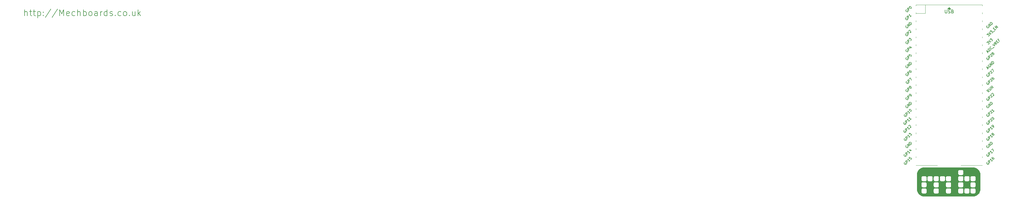
<source format=gbr>
G04 #@! TF.GenerationSoftware,KiCad,Pcbnew,(5.1.9)-1*
G04 #@! TF.CreationDate,2021-05-17T15:39:50+01:00*
G04 #@! TF.ProjectId,EnvKB65,456e764b-4236-4352-9e6b-696361645f70,rev?*
G04 #@! TF.SameCoordinates,Original*
G04 #@! TF.FileFunction,Legend,Top*
G04 #@! TF.FilePolarity,Positive*
%FSLAX46Y46*%
G04 Gerber Fmt 4.6, Leading zero omitted, Abs format (unit mm)*
G04 Created by KiCad (PCBNEW (5.1.9)-1) date 2021-05-17 15:39:50*
%MOMM*%
%LPD*%
G01*
G04 APERTURE LIST*
%ADD10C,0.150000*%
%ADD11C,0.100000*%
%ADD12C,0.175000*%
%ADD13C,0.010000*%
%ADD14C,0.120000*%
G04 APERTURE END LIST*
D10*
X366538095Y-99252380D02*
X366538095Y-100061904D01*
X366585714Y-100157142D01*
X366633333Y-100204761D01*
X366728571Y-100252380D01*
X366919047Y-100252380D01*
X367014285Y-100204761D01*
X367061904Y-100157142D01*
X367109523Y-100061904D01*
X367109523Y-99252380D01*
X367538095Y-100204761D02*
X367680952Y-100252380D01*
X367919047Y-100252380D01*
X368014285Y-100204761D01*
X368061904Y-100157142D01*
X368109523Y-100061904D01*
X368109523Y-99966666D01*
X368061904Y-99871428D01*
X368014285Y-99823809D01*
X367919047Y-99776190D01*
X367728571Y-99728571D01*
X367633333Y-99680952D01*
X367585714Y-99633333D01*
X367538095Y-99538095D01*
X367538095Y-99442857D01*
X367585714Y-99347619D01*
X367633333Y-99300000D01*
X367728571Y-99252380D01*
X367966666Y-99252380D01*
X368109523Y-99300000D01*
X368871428Y-99728571D02*
X369014285Y-99776190D01*
X369061904Y-99823809D01*
X369109523Y-99919047D01*
X369109523Y-100061904D01*
X369061904Y-100157142D01*
X369014285Y-100204761D01*
X368919047Y-100252380D01*
X368538095Y-100252380D01*
X368538095Y-99252380D01*
X368871428Y-99252380D01*
X368966666Y-99300000D01*
X369014285Y-99347619D01*
X369061904Y-99442857D01*
X369061904Y-99538095D01*
X369014285Y-99633333D01*
X368966666Y-99680952D01*
X368871428Y-99728571D01*
X368538095Y-99728571D01*
D11*
G36*
X368400000Y-99000000D02*
G01*
X367200000Y-99000000D01*
X367800000Y-98400000D01*
X368400000Y-99000000D01*
G37*
X368400000Y-99000000D02*
X367200000Y-99000000D01*
X367800000Y-98400000D01*
X368400000Y-99000000D01*
D12*
X75189940Y-101104761D02*
X75189940Y-99104761D01*
X76047083Y-101104761D02*
X76047083Y-100057142D01*
X75951845Y-99866666D01*
X75761369Y-99771428D01*
X75475654Y-99771428D01*
X75285178Y-99866666D01*
X75189940Y-99961904D01*
X76713750Y-99771428D02*
X77475654Y-99771428D01*
X76999464Y-99104761D02*
X76999464Y-100819047D01*
X77094702Y-101009523D01*
X77285178Y-101104761D01*
X77475654Y-101104761D01*
X77856607Y-99771428D02*
X78618511Y-99771428D01*
X78142321Y-99104761D02*
X78142321Y-100819047D01*
X78237559Y-101009523D01*
X78428035Y-101104761D01*
X78618511Y-101104761D01*
X79285178Y-99771428D02*
X79285178Y-101771428D01*
X79285178Y-99866666D02*
X79475654Y-99771428D01*
X79856607Y-99771428D01*
X80047083Y-99866666D01*
X80142321Y-99961904D01*
X80237559Y-100152380D01*
X80237559Y-100723809D01*
X80142321Y-100914285D01*
X80047083Y-101009523D01*
X79856607Y-101104761D01*
X79475654Y-101104761D01*
X79285178Y-101009523D01*
X81094702Y-100914285D02*
X81189940Y-101009523D01*
X81094702Y-101104761D01*
X80999464Y-101009523D01*
X81094702Y-100914285D01*
X81094702Y-101104761D01*
X81094702Y-99866666D02*
X81189940Y-99961904D01*
X81094702Y-100057142D01*
X80999464Y-99961904D01*
X81094702Y-99866666D01*
X81094702Y-100057142D01*
X83475654Y-99009523D02*
X81761369Y-101580952D01*
X85570892Y-99009523D02*
X83856607Y-101580952D01*
X86237559Y-101104761D02*
X86237559Y-99104761D01*
X86904226Y-100533333D01*
X87570892Y-99104761D01*
X87570892Y-101104761D01*
X89285178Y-101009523D02*
X89094702Y-101104761D01*
X88713750Y-101104761D01*
X88523273Y-101009523D01*
X88428035Y-100819047D01*
X88428035Y-100057142D01*
X88523273Y-99866666D01*
X88713750Y-99771428D01*
X89094702Y-99771428D01*
X89285178Y-99866666D01*
X89380416Y-100057142D01*
X89380416Y-100247619D01*
X88428035Y-100438095D01*
X91094702Y-101009523D02*
X90904226Y-101104761D01*
X90523273Y-101104761D01*
X90332797Y-101009523D01*
X90237559Y-100914285D01*
X90142321Y-100723809D01*
X90142321Y-100152380D01*
X90237559Y-99961904D01*
X90332797Y-99866666D01*
X90523273Y-99771428D01*
X90904226Y-99771428D01*
X91094702Y-99866666D01*
X91951845Y-101104761D02*
X91951845Y-99104761D01*
X92808988Y-101104761D02*
X92808988Y-100057142D01*
X92713750Y-99866666D01*
X92523273Y-99771428D01*
X92237559Y-99771428D01*
X92047083Y-99866666D01*
X91951845Y-99961904D01*
X93761369Y-101104761D02*
X93761369Y-99104761D01*
X93761369Y-99866666D02*
X93951845Y-99771428D01*
X94332797Y-99771428D01*
X94523273Y-99866666D01*
X94618511Y-99961904D01*
X94713750Y-100152380D01*
X94713750Y-100723809D01*
X94618511Y-100914285D01*
X94523273Y-101009523D01*
X94332797Y-101104761D01*
X93951845Y-101104761D01*
X93761369Y-101009523D01*
X95856607Y-101104761D02*
X95666130Y-101009523D01*
X95570892Y-100914285D01*
X95475654Y-100723809D01*
X95475654Y-100152380D01*
X95570892Y-99961904D01*
X95666130Y-99866666D01*
X95856607Y-99771428D01*
X96142321Y-99771428D01*
X96332797Y-99866666D01*
X96428035Y-99961904D01*
X96523273Y-100152380D01*
X96523273Y-100723809D01*
X96428035Y-100914285D01*
X96332797Y-101009523D01*
X96142321Y-101104761D01*
X95856607Y-101104761D01*
X98237559Y-101104761D02*
X98237559Y-100057142D01*
X98142321Y-99866666D01*
X97951845Y-99771428D01*
X97570892Y-99771428D01*
X97380416Y-99866666D01*
X98237559Y-101009523D02*
X98047083Y-101104761D01*
X97570892Y-101104761D01*
X97380416Y-101009523D01*
X97285178Y-100819047D01*
X97285178Y-100628571D01*
X97380416Y-100438095D01*
X97570892Y-100342857D01*
X98047083Y-100342857D01*
X98237559Y-100247619D01*
X99189940Y-101104761D02*
X99189940Y-99771428D01*
X99189940Y-100152380D02*
X99285178Y-99961904D01*
X99380416Y-99866666D01*
X99570892Y-99771428D01*
X99761369Y-99771428D01*
X101285178Y-101104761D02*
X101285178Y-99104761D01*
X101285178Y-101009523D02*
X101094702Y-101104761D01*
X100713750Y-101104761D01*
X100523273Y-101009523D01*
X100428035Y-100914285D01*
X100332797Y-100723809D01*
X100332797Y-100152380D01*
X100428035Y-99961904D01*
X100523273Y-99866666D01*
X100713750Y-99771428D01*
X101094702Y-99771428D01*
X101285178Y-99866666D01*
X102142321Y-101009523D02*
X102332797Y-101104761D01*
X102713750Y-101104761D01*
X102904226Y-101009523D01*
X102999464Y-100819047D01*
X102999464Y-100723809D01*
X102904226Y-100533333D01*
X102713750Y-100438095D01*
X102428035Y-100438095D01*
X102237559Y-100342857D01*
X102142321Y-100152380D01*
X102142321Y-100057142D01*
X102237559Y-99866666D01*
X102428035Y-99771428D01*
X102713750Y-99771428D01*
X102904226Y-99866666D01*
X103856607Y-100914285D02*
X103951845Y-101009523D01*
X103856607Y-101104761D01*
X103761369Y-101009523D01*
X103856607Y-100914285D01*
X103856607Y-101104761D01*
X105666130Y-101009523D02*
X105475654Y-101104761D01*
X105094702Y-101104761D01*
X104904226Y-101009523D01*
X104808988Y-100914285D01*
X104713750Y-100723809D01*
X104713750Y-100152380D01*
X104808988Y-99961904D01*
X104904226Y-99866666D01*
X105094702Y-99771428D01*
X105475654Y-99771428D01*
X105666130Y-99866666D01*
X106808988Y-101104761D02*
X106618511Y-101009523D01*
X106523273Y-100914285D01*
X106428035Y-100723809D01*
X106428035Y-100152380D01*
X106523273Y-99961904D01*
X106618511Y-99866666D01*
X106808988Y-99771428D01*
X107094702Y-99771428D01*
X107285178Y-99866666D01*
X107380416Y-99961904D01*
X107475654Y-100152380D01*
X107475654Y-100723809D01*
X107380416Y-100914285D01*
X107285178Y-101009523D01*
X107094702Y-101104761D01*
X106808988Y-101104761D01*
X108332797Y-100914285D02*
X108428035Y-101009523D01*
X108332797Y-101104761D01*
X108237559Y-101009523D01*
X108332797Y-100914285D01*
X108332797Y-101104761D01*
X110142321Y-99771428D02*
X110142321Y-101104761D01*
X109285178Y-99771428D02*
X109285178Y-100819047D01*
X109380416Y-101009523D01*
X109570892Y-101104761D01*
X109856607Y-101104761D01*
X110047083Y-101009523D01*
X110142321Y-100914285D01*
X111094702Y-101104761D02*
X111094702Y-99104761D01*
X111285178Y-100342857D02*
X111856607Y-101104761D01*
X111856607Y-99771428D02*
X111094702Y-100533333D01*
D13*
G36*
X375904488Y-149396785D02*
G01*
X376202750Y-149501396D01*
X376479351Y-149641379D01*
X376732101Y-149814512D01*
X376958812Y-150018578D01*
X377157293Y-150251358D01*
X377325355Y-150510632D01*
X377460808Y-150794180D01*
X377552733Y-151067230D01*
X377601250Y-151243583D01*
X377601250Y-156577583D01*
X377554394Y-156747433D01*
X377448288Y-157058133D01*
X377309062Y-157342762D01*
X377137701Y-157600330D01*
X376935191Y-157829846D01*
X376702516Y-158030318D01*
X376440662Y-158200755D01*
X376150614Y-158340165D01*
X375876953Y-158435195D01*
X375717417Y-158481742D01*
X367674084Y-158484378D01*
X367092407Y-158484546D01*
X366521289Y-158484664D01*
X365962198Y-158484734D01*
X365416604Y-158484758D01*
X364885975Y-158484736D01*
X364371780Y-158484669D01*
X363875489Y-158484560D01*
X363398570Y-158484408D01*
X362942493Y-158484215D01*
X362508727Y-158483982D01*
X362098740Y-158483710D01*
X361714002Y-158483401D01*
X361355982Y-158483055D01*
X361026148Y-158482674D01*
X360725971Y-158482259D01*
X360456918Y-158481810D01*
X360220460Y-158481330D01*
X360018065Y-158480819D01*
X359851201Y-158480278D01*
X359721340Y-158479709D01*
X359629948Y-158479113D01*
X359578495Y-158478490D01*
X359567250Y-158478085D01*
X359445588Y-158454514D01*
X359302249Y-158416653D01*
X359153345Y-158369293D01*
X359014989Y-158317221D01*
X358988731Y-158306113D01*
X358721265Y-158167648D01*
X358473739Y-157994043D01*
X358250035Y-157789331D01*
X358054035Y-157557541D01*
X357889623Y-157302706D01*
X357762169Y-157032666D01*
X357741695Y-156981302D01*
X357723277Y-156935543D01*
X357706809Y-156893007D01*
X357692181Y-156851312D01*
X357679285Y-156808077D01*
X357668011Y-156760919D01*
X357667387Y-156757500D01*
X358953451Y-156757500D01*
X358954139Y-156928253D01*
X358957023Y-157062901D01*
X358963294Y-157167663D01*
X358974140Y-157248754D01*
X358990752Y-157312392D01*
X359014319Y-157364794D01*
X359046030Y-157412176D01*
X359087076Y-157460756D01*
X359088263Y-157462075D01*
X359133774Y-157510375D01*
X359176818Y-157548097D01*
X359223219Y-157576472D01*
X359278800Y-157596733D01*
X359349385Y-157610111D01*
X359440797Y-157617838D01*
X359558860Y-157621148D01*
X359709397Y-157621271D01*
X359835362Y-157620141D01*
X360336307Y-157614750D01*
X360427438Y-157550658D01*
X360497158Y-157491813D01*
X360563544Y-157420496D01*
X360582659Y-157395440D01*
X360646750Y-157304312D01*
X360653672Y-156824531D01*
X360654385Y-156759656D01*
X362816334Y-156759656D01*
X362817118Y-156931537D01*
X362820176Y-157067232D01*
X362826561Y-157172872D01*
X362837328Y-157254587D01*
X362853532Y-157318506D01*
X362876226Y-157370761D01*
X362906465Y-157417480D01*
X362935725Y-157453739D01*
X362982214Y-157505099D01*
X363027201Y-157545084D01*
X363076659Y-157575101D01*
X363136563Y-157596554D01*
X363212886Y-157610850D01*
X363311604Y-157619393D01*
X363438689Y-157623589D01*
X363600116Y-157624844D01*
X363663000Y-157624851D01*
X363821442Y-157624327D01*
X363943654Y-157622807D01*
X364035740Y-157619868D01*
X364103799Y-157615084D01*
X364153932Y-157608033D01*
X364192241Y-157598288D01*
X364223917Y-157585843D01*
X364314765Y-157527358D01*
X364400499Y-157442819D01*
X364467302Y-157347274D01*
X364491237Y-157294724D01*
X364502123Y-157249183D01*
X364510224Y-157179589D01*
X364515779Y-157081525D01*
X364519026Y-156950574D01*
X364520202Y-156782319D01*
X364520216Y-156757500D01*
X366700451Y-156757500D01*
X366701139Y-156928253D01*
X366704023Y-157062901D01*
X366710294Y-157167663D01*
X366721140Y-157248754D01*
X366737752Y-157312392D01*
X366761319Y-157364794D01*
X366793030Y-157412176D01*
X366834076Y-157460756D01*
X366835263Y-157462075D01*
X366881442Y-157510742D01*
X366925668Y-157548603D01*
X366973943Y-157577014D01*
X367032267Y-157597329D01*
X367106641Y-157610903D01*
X367203066Y-157619091D01*
X367327541Y-157623247D01*
X367486067Y-157624726D01*
X367556276Y-157624868D01*
X367711902Y-157624759D01*
X367831440Y-157623767D01*
X367921131Y-157621410D01*
X367987217Y-157617205D01*
X368035942Y-157610670D01*
X368073547Y-157601324D01*
X368106274Y-157588684D01*
X368122427Y-157581139D01*
X368219199Y-157516689D01*
X368304109Y-157428079D01*
X368364892Y-157329196D01*
X368379768Y-157289662D01*
X368389482Y-157234464D01*
X368396881Y-157146901D01*
X368402004Y-157035036D01*
X368404891Y-156906933D01*
X368405582Y-156770656D01*
X368404115Y-156634268D01*
X368403352Y-156606921D01*
X370586956Y-156606921D01*
X370587513Y-156776305D01*
X370588234Y-156826484D01*
X370591623Y-156989545D01*
X370596949Y-157116825D01*
X370605735Y-157214878D01*
X370619506Y-157290253D01*
X370639783Y-157349502D01*
X370668090Y-157399177D01*
X370705951Y-157445828D01*
X370740608Y-157481851D01*
X370786249Y-157525093D01*
X370830233Y-157558672D01*
X370878513Y-157583723D01*
X370937041Y-157601385D01*
X371011770Y-157612794D01*
X371108652Y-157619087D01*
X371233641Y-157621401D01*
X371392687Y-157620874D01*
X371464651Y-157620150D01*
X371953218Y-157614750D01*
X372056758Y-157550690D01*
X372156356Y-157469296D01*
X372224357Y-157383092D01*
X372288417Y-157279554D01*
X372295144Y-156808830D01*
X372296754Y-156683783D01*
X372530797Y-156683783D01*
X372531406Y-156820507D01*
X372534403Y-156954969D01*
X372539700Y-157078527D01*
X372547211Y-157182540D01*
X372556850Y-157258368D01*
X372563999Y-157287843D01*
X372625907Y-157413879D01*
X372714337Y-157509661D01*
X372810564Y-157570228D01*
X372847721Y-157588164D01*
X372881882Y-157601714D01*
X372919505Y-157611492D01*
X372967045Y-157618113D01*
X373030959Y-157622193D01*
X373117704Y-157624346D01*
X373233736Y-157625188D01*
X373385510Y-157625333D01*
X373389084Y-157625333D01*
X373541668Y-157625196D01*
X373658375Y-157624375D01*
X373745662Y-157622255D01*
X373809985Y-157618222D01*
X373857799Y-157611659D01*
X373895562Y-157601953D01*
X373929730Y-157588488D01*
X373966758Y-157570649D01*
X373967603Y-157570228D01*
X374082090Y-157494243D01*
X374165280Y-157393473D01*
X374214168Y-157287843D01*
X374225107Y-157234281D01*
X374233973Y-157147074D01*
X374240679Y-157034861D01*
X374245140Y-156906285D01*
X374247204Y-156774054D01*
X374458465Y-156774054D01*
X374458778Y-156941601D01*
X374460832Y-157073007D01*
X374465748Y-157174459D01*
X374474647Y-157252146D01*
X374488648Y-157312254D01*
X374508871Y-157360971D01*
X374536437Y-157404485D01*
X374572466Y-157448984D01*
X374582795Y-157460838D01*
X374628733Y-157510205D01*
X374673418Y-157548610D01*
X374722827Y-157577410D01*
X374782936Y-157597962D01*
X374859719Y-157611625D01*
X374959154Y-157619756D01*
X375087215Y-157623713D01*
X375249879Y-157624854D01*
X375304667Y-157624851D01*
X375462610Y-157624346D01*
X375584340Y-157622878D01*
X375675972Y-157620013D01*
X375743622Y-157615318D01*
X375793407Y-157608360D01*
X375831443Y-157598705D01*
X375863845Y-157585921D01*
X375865584Y-157585119D01*
X375935985Y-157543038D01*
X376004394Y-157487951D01*
X376017969Y-157474459D01*
X376058673Y-157428985D01*
X376090168Y-157384824D01*
X376113624Y-157335865D01*
X376130214Y-157275999D01*
X376141108Y-157199115D01*
X376147476Y-157099104D01*
X376150492Y-156969856D01*
X376151324Y-156805261D01*
X376151334Y-156778666D01*
X376150710Y-156608416D01*
X376148062Y-156474400D01*
X376142219Y-156370526D01*
X376132013Y-156290705D01*
X376116276Y-156228845D01*
X376093838Y-156178857D01*
X376063532Y-156134647D01*
X376024188Y-156090127D01*
X376017969Y-156083603D01*
X375953681Y-156026769D01*
X375880465Y-155975697D01*
X375865584Y-155967186D01*
X375835049Y-155952002D01*
X375803054Y-155940596D01*
X375763266Y-155932432D01*
X375709352Y-155926973D01*
X375634982Y-155923683D01*
X375533822Y-155922023D01*
X375399541Y-155921457D01*
X375325834Y-155921416D01*
X375155077Y-155922117D01*
X375020425Y-155925011D01*
X374915661Y-155931290D01*
X374834568Y-155942143D01*
X374770928Y-155958759D01*
X374718525Y-155982329D01*
X374671142Y-156014042D01*
X374622562Y-156055089D01*
X374621258Y-156056262D01*
X374572457Y-156102592D01*
X374534523Y-156146985D01*
X374506090Y-156195469D01*
X374485790Y-156254070D01*
X374472256Y-156328814D01*
X374464123Y-156425728D01*
X374460023Y-156550839D01*
X374458589Y-156710173D01*
X374458465Y-156774054D01*
X374247204Y-156774054D01*
X374247268Y-156769985D01*
X374246976Y-156634604D01*
X374244179Y-156508781D01*
X374238790Y-156401158D01*
X374230721Y-156320375D01*
X374224201Y-156287076D01*
X374176299Y-156180987D01*
X374098152Y-156080489D01*
X374001117Y-155999021D01*
X373960953Y-155975489D01*
X373925468Y-155957864D01*
X373892409Y-155944556D01*
X373855365Y-155934959D01*
X373807926Y-155928466D01*
X373743681Y-155924472D01*
X373656220Y-155922369D01*
X373539133Y-155921553D01*
X373389084Y-155921416D01*
X373236656Y-155921559D01*
X373120152Y-155922393D01*
X373033160Y-155924524D01*
X372969270Y-155928558D01*
X372922071Y-155935101D01*
X372885154Y-155944759D01*
X372852108Y-155958138D01*
X372817214Y-155975489D01*
X372715919Y-156045993D01*
X372629122Y-156140727D01*
X372568178Y-156246247D01*
X372553966Y-156287076D01*
X372544159Y-156346442D01*
X372537087Y-156438109D01*
X372532661Y-156553436D01*
X372530797Y-156683783D01*
X372296754Y-156683783D01*
X372297130Y-156654582D01*
X372297807Y-156536189D01*
X372296732Y-156447184D01*
X372293462Y-156381098D01*
X372287551Y-156331462D01*
X372278557Y-156291807D01*
X372266035Y-156255666D01*
X372255430Y-156230149D01*
X372181993Y-156110293D01*
X372077436Y-156011216D01*
X371983040Y-155955810D01*
X371950554Y-155944100D01*
X371907583Y-155935285D01*
X371848250Y-155928990D01*
X371766679Y-155924843D01*
X371656993Y-155922470D01*
X371513317Y-155921497D01*
X371441750Y-155921416D01*
X371288822Y-155921618D01*
X371171812Y-155922597D01*
X371084307Y-155924914D01*
X371019894Y-155929131D01*
X370972158Y-155935808D01*
X370934686Y-155945506D01*
X370901064Y-155958786D01*
X370875516Y-155970942D01*
X370801503Y-156016797D01*
X370732548Y-156074470D01*
X370710747Y-156097942D01*
X370669787Y-156153256D01*
X370638343Y-156212142D01*
X370615376Y-156280776D01*
X370599849Y-156365332D01*
X370590721Y-156471989D01*
X370586956Y-156606921D01*
X368403352Y-156606921D01*
X368400531Y-156505833D01*
X368394868Y-156393413D01*
X368387166Y-156305073D01*
X368377465Y-156248876D01*
X368374640Y-156240574D01*
X368317025Y-156143303D01*
X368233738Y-156052784D01*
X368138725Y-155982815D01*
X368090779Y-155959695D01*
X368051438Y-155946631D01*
X368006072Y-155936848D01*
X367948197Y-155929899D01*
X367871326Y-155925335D01*
X367768974Y-155922708D01*
X367634655Y-155921570D01*
X367536500Y-155921416D01*
X367384981Y-155921668D01*
X367269456Y-155922778D01*
X367183588Y-155925280D01*
X367121041Y-155929710D01*
X367075477Y-155936600D01*
X367040558Y-155946484D01*
X367009948Y-155959896D01*
X366996473Y-155966913D01*
X366866343Y-156059889D01*
X366765848Y-156182923D01*
X366745949Y-156217472D01*
X366730857Y-156248194D01*
X366719522Y-156280507D01*
X366711409Y-156320750D01*
X366705983Y-156375259D01*
X366702711Y-156450373D01*
X366701059Y-156552429D01*
X366700494Y-156687765D01*
X366700451Y-156757500D01*
X364520216Y-156757500D01*
X364519952Y-156605967D01*
X364518831Y-156490429D01*
X364516318Y-156404548D01*
X364511881Y-156341987D01*
X364504984Y-156296408D01*
X364495095Y-156261473D01*
X364481678Y-156230846D01*
X364474718Y-156217472D01*
X364381801Y-156087369D01*
X364258756Y-155986833D01*
X364224194Y-155966913D01*
X364193485Y-155951812D01*
X364161205Y-155940470D01*
X364121015Y-155932352D01*
X364066580Y-155926926D01*
X363991561Y-155923656D01*
X363889621Y-155922010D01*
X363754423Y-155921454D01*
X363684167Y-155921416D01*
X363507321Y-155922415D01*
X363366813Y-155926294D01*
X363256676Y-155934378D01*
X363170945Y-155947992D01*
X363103653Y-155968462D01*
X363048832Y-155997112D01*
X363000518Y-156035268D01*
X362953206Y-156083740D01*
X362910525Y-156133007D01*
X362877764Y-156178678D01*
X362853617Y-156227208D01*
X362836776Y-156285050D01*
X362825934Y-156358659D01*
X362819785Y-156454489D01*
X362817022Y-156578992D01*
X362816338Y-156738624D01*
X362816334Y-156759656D01*
X360654385Y-156759656D01*
X360655605Y-156648875D01*
X360655076Y-156509618D01*
X360651068Y-156400849D01*
X360642563Y-156316659D01*
X360628543Y-156251137D01*
X360607992Y-156198373D01*
X360579892Y-156152458D01*
X360543226Y-156107480D01*
X360527195Y-156089796D01*
X360477229Y-156039138D01*
X360427880Y-155999708D01*
X360373084Y-155970122D01*
X360306781Y-155948996D01*
X360222908Y-155934947D01*
X360115402Y-155926590D01*
X359978202Y-155922543D01*
X359805246Y-155921421D01*
X359789500Y-155921416D01*
X359637981Y-155921668D01*
X359522456Y-155922778D01*
X359436588Y-155925280D01*
X359374041Y-155929710D01*
X359328477Y-155936600D01*
X359293558Y-155946484D01*
X359262948Y-155959896D01*
X359249473Y-155966913D01*
X359119343Y-156059889D01*
X359018848Y-156182923D01*
X358998949Y-156217472D01*
X358983857Y-156248194D01*
X358972522Y-156280507D01*
X358964409Y-156320750D01*
X358958983Y-156375259D01*
X358955711Y-156450373D01*
X358954059Y-156552429D01*
X358953494Y-156687765D01*
X358953451Y-156757500D01*
X357667387Y-156757500D01*
X357658253Y-156707458D01*
X357649901Y-156645310D01*
X357642847Y-156572094D01*
X357636982Y-156485429D01*
X357632197Y-156382933D01*
X357628385Y-156262224D01*
X357625437Y-156120920D01*
X357623243Y-155956639D01*
X357621696Y-155767000D01*
X357620687Y-155549621D01*
X357620108Y-155302119D01*
X357619850Y-155022114D01*
X357619804Y-154707224D01*
X357619861Y-154355083D01*
X358953417Y-154355083D01*
X358953417Y-154810166D01*
X358953870Y-154966430D01*
X358955530Y-155086878D01*
X358958851Y-155178021D01*
X358964286Y-155246368D01*
X358972289Y-155298429D01*
X358983311Y-155340717D01*
X358992061Y-155365403D01*
X359042552Y-155454927D01*
X359118262Y-155541271D01*
X359206104Y-155611704D01*
X359286052Y-155651398D01*
X359328501Y-155658324D01*
X359406209Y-155664492D01*
X359512104Y-155669578D01*
X359639114Y-155673260D01*
X359780166Y-155675214D01*
X359810667Y-155675374D01*
X359963315Y-155675635D01*
X360080121Y-155674807D01*
X360167574Y-155672399D01*
X360232161Y-155667923D01*
X360280369Y-155660889D01*
X360318686Y-155650809D01*
X360353601Y-155637193D01*
X360361000Y-155633888D01*
X360464485Y-155576338D01*
X360539312Y-155505692D01*
X360599152Y-155408521D01*
X360607011Y-155392250D01*
X360623440Y-155355459D01*
X360635811Y-155319833D01*
X360644702Y-155278844D01*
X360650689Y-155225964D01*
X360654350Y-155154666D01*
X360656261Y-155058422D01*
X360657001Y-154930706D01*
X360657127Y-154825361D01*
X360657078Y-154810716D01*
X362816786Y-154810716D01*
X362816798Y-154825361D01*
X362817268Y-154979334D01*
X362818660Y-155097404D01*
X362821481Y-155186001D01*
X362826235Y-155251555D01*
X362833425Y-155300494D01*
X362843557Y-155339249D01*
X362857134Y-155374247D01*
X362860445Y-155381666D01*
X362917995Y-155485151D01*
X362988641Y-155559978D01*
X363085812Y-155619818D01*
X363102084Y-155627677D01*
X363139683Y-155644426D01*
X363176103Y-155656949D01*
X363218075Y-155665861D01*
X363272331Y-155671778D01*
X363345603Y-155675317D01*
X363444624Y-155677092D01*
X363576126Y-155677719D01*
X363649961Y-155677793D01*
X363822609Y-155676532D01*
X363966549Y-155672696D01*
X364077893Y-155666470D01*
X364152756Y-155658035D01*
X364175089Y-155653107D01*
X364273062Y-155605909D01*
X364367012Y-155529896D01*
X364443633Y-155437555D01*
X364481606Y-155365403D01*
X364494776Y-155325939D01*
X364504638Y-155280824D01*
X364511647Y-155223548D01*
X364516255Y-155147601D01*
X364518914Y-155046472D01*
X364520080Y-154913650D01*
X364520250Y-154810166D01*
X364520250Y-154355083D01*
X366700417Y-154355083D01*
X366700417Y-154810166D01*
X366700870Y-154966430D01*
X366702530Y-155086878D01*
X366705851Y-155178021D01*
X366711286Y-155246368D01*
X366719289Y-155298429D01*
X366730311Y-155340717D01*
X366739061Y-155365403D01*
X366789552Y-155454927D01*
X366865262Y-155541271D01*
X366953104Y-155611704D01*
X367033052Y-155651398D01*
X367075501Y-155658324D01*
X367153209Y-155664492D01*
X367259104Y-155669578D01*
X367386114Y-155673260D01*
X367527166Y-155675214D01*
X367557667Y-155675374D01*
X367710315Y-155675635D01*
X367827121Y-155674807D01*
X367914574Y-155672399D01*
X367979161Y-155667923D01*
X368027369Y-155660889D01*
X368065686Y-155650809D01*
X368100601Y-155637193D01*
X368108000Y-155633888D01*
X368211485Y-155576338D01*
X368286312Y-155505692D01*
X368346152Y-155408521D01*
X368354011Y-155392250D01*
X368370440Y-155355459D01*
X368382811Y-155319833D01*
X368391702Y-155278844D01*
X368397689Y-155225964D01*
X368401350Y-155154666D01*
X368403261Y-155058422D01*
X368404001Y-154930706D01*
X368404127Y-154825361D01*
X368403827Y-154735814D01*
X370586664Y-154735814D01*
X370588234Y-154879150D01*
X370591633Y-155041969D01*
X370597109Y-155169105D01*
X370606350Y-155267209D01*
X370621047Y-155342930D01*
X370642887Y-155402917D01*
X370673561Y-155453820D01*
X370714757Y-155502289D01*
X370757270Y-155544590D01*
X370801200Y-155584775D01*
X370842878Y-155615914D01*
X370888274Y-155639088D01*
X370943359Y-155655376D01*
X371014103Y-155665855D01*
X371106476Y-155671606D01*
X371226449Y-155673708D01*
X371379993Y-155673240D01*
X371464651Y-155672448D01*
X371953218Y-155667416D01*
X372056758Y-155603357D01*
X372156353Y-155521967D01*
X372224357Y-155435760D01*
X372288417Y-155332223D01*
X372295225Y-154866551D01*
X372295812Y-154807710D01*
X374458465Y-154807710D01*
X374459529Y-154975691D01*
X374462950Y-155118452D01*
X374468523Y-155231351D01*
X374476041Y-155309745D01*
X374482160Y-155340978D01*
X374535758Y-155451492D01*
X374622190Y-155548857D01*
X374732048Y-155622706D01*
X374742250Y-155627607D01*
X374780372Y-155644382D01*
X374817212Y-155656924D01*
X374859523Y-155665849D01*
X374914059Y-155671775D01*
X374987572Y-155675317D01*
X375086815Y-155677093D01*
X375218543Y-155677720D01*
X375291628Y-155677793D01*
X375460325Y-155676570D01*
X375602555Y-155672868D01*
X375713882Y-155666896D01*
X375789873Y-155658857D01*
X375815663Y-155653434D01*
X375914760Y-155605813D01*
X376009173Y-155529133D01*
X376085010Y-155435659D01*
X376107139Y-155396093D01*
X376121561Y-155363475D01*
X376132468Y-155328975D01*
X376140346Y-155286360D01*
X376145681Y-155229398D01*
X376148958Y-155151858D01*
X376150662Y-155047505D01*
X376151280Y-154910108D01*
X376151334Y-154828806D01*
X376151203Y-154674788D01*
X376150413Y-154556727D01*
X376148364Y-154468247D01*
X376144459Y-154402972D01*
X376138099Y-154354527D01*
X376128686Y-154316535D01*
X376115622Y-154282620D01*
X376098308Y-154246406D01*
X376096307Y-154242387D01*
X376016822Y-154128837D01*
X375907466Y-154042874D01*
X375773468Y-153988415D01*
X375749999Y-153982867D01*
X375685545Y-153974582D01*
X375585441Y-153968915D01*
X375456297Y-153966067D01*
X375304729Y-153966236D01*
X375235032Y-153967274D01*
X375075581Y-153971207D01*
X374951564Y-153977401D01*
X374856083Y-153987565D01*
X374782242Y-154003412D01*
X374723143Y-154026651D01*
X374671891Y-154058994D01*
X374621588Y-154102151D01*
X374597568Y-154125413D01*
X374554760Y-154170858D01*
X374521731Y-154216056D01*
X374497223Y-154267181D01*
X374479978Y-154330406D01*
X374468736Y-154411904D01*
X374462240Y-154517848D01*
X374459231Y-154654411D01*
X374458465Y-154807710D01*
X372295812Y-154807710D01*
X372296963Y-154692438D01*
X372295768Y-154554445D01*
X372290544Y-154446400D01*
X372280192Y-154362129D01*
X372263616Y-154295461D01*
X372239720Y-154240221D01*
X372207406Y-154190237D01*
X372166112Y-154139944D01*
X372117818Y-154088325D01*
X372070708Y-154048612D01*
X372018324Y-154019126D01*
X371954211Y-153998191D01*
X371871910Y-153984130D01*
X371764963Y-153975266D01*
X371626914Y-153969921D01*
X371501203Y-153967249D01*
X371320595Y-153965364D01*
X371176154Y-153967556D01*
X371061809Y-153975062D01*
X370971489Y-153989117D01*
X370899123Y-154010957D01*
X370838641Y-154041820D01*
X370783971Y-154082940D01*
X370742693Y-154121692D01*
X370693263Y-154175644D01*
X370654940Y-154230748D01*
X370626489Y-154293068D01*
X370606672Y-154368671D01*
X370594254Y-154463619D01*
X370587997Y-154583979D01*
X370586664Y-154735814D01*
X368403827Y-154735814D01*
X368403559Y-154656034D01*
X368400895Y-154522888D01*
X368394949Y-154419782D01*
X368384532Y-154340575D01*
X368368458Y-154279123D01*
X368345541Y-154229287D01*
X368314594Y-154184923D01*
X368274430Y-154139891D01*
X368270969Y-154136270D01*
X368218855Y-154084804D01*
X368169429Y-154045499D01*
X368115884Y-154016582D01*
X368051414Y-153996281D01*
X367969211Y-153982824D01*
X367862469Y-153974440D01*
X367724381Y-153969355D01*
X367621167Y-153967104D01*
X367447235Y-153965418D01*
X367301169Y-153967323D01*
X367187461Y-153972679D01*
X367110604Y-153981344D01*
X367100319Y-153983402D01*
X366966126Y-154034272D01*
X366852683Y-154121088D01*
X366763565Y-154241102D01*
X366762572Y-154242886D01*
X366700417Y-154355083D01*
X364520250Y-154355083D01*
X364458095Y-154242886D01*
X364369320Y-154122454D01*
X364256173Y-154035185D01*
X364122230Y-153983825D01*
X364120348Y-153983402D01*
X364051180Y-153974109D01*
X363944287Y-153968099D01*
X363804162Y-153965512D01*
X363635298Y-153966488D01*
X363599500Y-153967104D01*
X363438802Y-153971041D01*
X363313627Y-153977190D01*
X363217170Y-153987324D01*
X363142623Y-154003214D01*
X363083180Y-154026632D01*
X363032033Y-154059352D01*
X362982375Y-154103144D01*
X362949698Y-154136270D01*
X362908772Y-154181612D01*
X362877161Y-154225803D01*
X362853682Y-154274983D01*
X362837149Y-154335296D01*
X362826377Y-154412883D01*
X362820183Y-154513887D01*
X362817381Y-154644451D01*
X362816786Y-154810716D01*
X360657078Y-154810716D01*
X360656559Y-154656034D01*
X360653895Y-154522888D01*
X360647949Y-154419782D01*
X360637532Y-154340575D01*
X360621458Y-154279123D01*
X360598541Y-154229287D01*
X360567594Y-154184923D01*
X360527430Y-154139891D01*
X360523969Y-154136270D01*
X360471855Y-154084804D01*
X360422429Y-154045499D01*
X360368884Y-154016582D01*
X360304414Y-153996281D01*
X360222211Y-153982824D01*
X360115469Y-153974440D01*
X359977381Y-153969355D01*
X359874167Y-153967104D01*
X359700235Y-153965418D01*
X359554169Y-153967323D01*
X359440461Y-153972679D01*
X359363604Y-153981344D01*
X359353319Y-153983402D01*
X359219126Y-154034272D01*
X359105683Y-154121088D01*
X359016565Y-154241102D01*
X359015572Y-154242886D01*
X358953417Y-154355083D01*
X357619861Y-154355083D01*
X357619862Y-154355066D01*
X357619916Y-153963259D01*
X357619917Y-153910583D01*
X357619939Y-153520378D01*
X357620026Y-153170188D01*
X357620201Y-152873416D01*
X358953512Y-152873416D01*
X358954030Y-153039142D01*
X358956301Y-153168910D01*
X358961516Y-153269095D01*
X358970866Y-153346067D01*
X358985542Y-153406200D01*
X359006735Y-153455866D01*
X359035635Y-153501439D01*
X359073433Y-153549289D01*
X359081636Y-153559066D01*
X359137499Y-153610787D01*
X359211069Y-153661111D01*
X359248885Y-153681325D01*
X359284785Y-153697598D01*
X359318671Y-153709847D01*
X359356886Y-153718555D01*
X359405771Y-153724206D01*
X359471665Y-153727283D01*
X359560910Y-153728270D01*
X359679848Y-153727651D01*
X359833568Y-153725925D01*
X360311553Y-153720083D01*
X360415092Y-153656023D01*
X360514679Y-153574641D01*
X360582691Y-153488428D01*
X360646750Y-153384892D01*
X360653201Y-152907701D01*
X360653530Y-152873416D01*
X360858417Y-152873416D01*
X360858898Y-153039079D01*
X360861137Y-153168787D01*
X360866326Y-153268919D01*
X360875657Y-153345848D01*
X360890323Y-153405953D01*
X360911516Y-153455607D01*
X360940428Y-153501189D01*
X360978252Y-153549072D01*
X360986636Y-153559066D01*
X361042499Y-153610787D01*
X361116069Y-153661111D01*
X361153885Y-153681325D01*
X361189785Y-153697598D01*
X361223671Y-153709847D01*
X361261886Y-153718555D01*
X361310771Y-153724206D01*
X361376665Y-153727283D01*
X361465910Y-153728270D01*
X361584848Y-153727651D01*
X361738568Y-153725925D01*
X362216553Y-153720083D01*
X362320092Y-153656023D01*
X362419679Y-153574641D01*
X362487691Y-153488428D01*
X362551750Y-153384892D01*
X362556589Y-153026911D01*
X362816782Y-153026911D01*
X362817486Y-153143403D01*
X362819521Y-153230493D01*
X362823498Y-153294647D01*
X362830031Y-153342331D01*
X362839731Y-153380009D01*
X362853210Y-153414149D01*
X362871079Y-153451214D01*
X362871438Y-153451935D01*
X362915806Y-153524886D01*
X362968813Y-153590137D01*
X362998395Y-153617321D01*
X363047851Y-153652364D01*
X363097009Y-153679268D01*
X363152297Y-153699101D01*
X363220141Y-153712931D01*
X363306967Y-153721826D01*
X363419201Y-153726853D01*
X363563269Y-153729082D01*
X363673584Y-153729530D01*
X363822864Y-153729542D01*
X363936528Y-153728627D01*
X364021291Y-153726191D01*
X364083870Y-153721636D01*
X364130979Y-153714366D01*
X364169336Y-153703784D01*
X364205655Y-153689293D01*
X364224782Y-153680567D01*
X364298973Y-153637668D01*
X364366808Y-153584865D01*
X364392031Y-153559066D01*
X364431703Y-153510010D01*
X364462234Y-153464481D01*
X364484817Y-153416104D01*
X364500644Y-153358501D01*
X364510907Y-153285298D01*
X364516799Y-153190117D01*
X364519512Y-153066584D01*
X364520238Y-152908321D01*
X364520250Y-152873416D01*
X364795417Y-152873416D01*
X364795611Y-153030170D01*
X364796527Y-153150678D01*
X364798665Y-153241024D01*
X364802525Y-153307297D01*
X364808609Y-153355580D01*
X364817417Y-153391961D01*
X364829448Y-153422526D01*
X364842728Y-153448749D01*
X364908049Y-153540698D01*
X364996072Y-153624510D01*
X365091656Y-153686688D01*
X365126402Y-153701686D01*
X365175596Y-153711347D01*
X365258749Y-153719007D01*
X365367533Y-153724639D01*
X365493621Y-153728217D01*
X365628684Y-153729714D01*
X365764395Y-153729104D01*
X365892425Y-153726361D01*
X366004446Y-153721457D01*
X366092130Y-153714367D01*
X366147150Y-153705065D01*
X366147628Y-153704925D01*
X366227132Y-153666290D01*
X366315928Y-153597316D01*
X366343522Y-153571076D01*
X366391790Y-153519738D01*
X366429334Y-153469133D01*
X366457352Y-153413274D01*
X366477044Y-153346170D01*
X366489609Y-153261834D01*
X366496246Y-153154275D01*
X366498155Y-153017506D01*
X366496798Y-152873416D01*
X366700417Y-152873416D01*
X366700898Y-153039079D01*
X366703137Y-153168787D01*
X366708326Y-153268919D01*
X366717657Y-153345848D01*
X366732323Y-153405953D01*
X366753516Y-153455607D01*
X366782428Y-153501189D01*
X366820252Y-153549072D01*
X366828636Y-153559066D01*
X366884499Y-153610787D01*
X366958069Y-153661111D01*
X366995885Y-153681325D01*
X367031785Y-153697598D01*
X367065671Y-153709847D01*
X367103886Y-153718555D01*
X367152771Y-153724206D01*
X367218665Y-153727283D01*
X367307910Y-153728270D01*
X367426848Y-153727651D01*
X367580568Y-153725925D01*
X368058553Y-153720083D01*
X368162092Y-153656023D01*
X368261679Y-153574641D01*
X368329691Y-153488428D01*
X368393750Y-153384892D01*
X368400201Y-152907701D01*
X368400530Y-152873416D01*
X370595084Y-152873416D01*
X370595278Y-153030170D01*
X370596193Y-153150678D01*
X370598331Y-153241024D01*
X370602192Y-153307297D01*
X370608276Y-153355580D01*
X370617083Y-153391961D01*
X370629115Y-153422526D01*
X370642394Y-153448749D01*
X370708272Y-153541299D01*
X370797288Y-153625802D01*
X370894033Y-153688479D01*
X370926068Y-153702414D01*
X370969114Y-153712133D01*
X371040571Y-153719076D01*
X371143846Y-153723379D01*
X371282345Y-153725181D01*
X371459474Y-153724617D01*
X371473500Y-153724492D01*
X371633221Y-153722579D01*
X371756321Y-153719890D01*
X371848510Y-153716002D01*
X371915499Y-153710494D01*
X371962999Y-153702942D01*
X371996720Y-153692925D01*
X372014753Y-153684457D01*
X372105973Y-153618337D01*
X372188842Y-153529784D01*
X372250302Y-153433816D01*
X372266639Y-153394767D01*
X372278130Y-153338039D01*
X372287318Y-153247740D01*
X372294135Y-153132575D01*
X372298516Y-153001248D01*
X372300245Y-152873416D01*
X372542417Y-152873416D01*
X372542611Y-153030170D01*
X372543527Y-153150678D01*
X372545665Y-153241024D01*
X372549525Y-153307297D01*
X372555609Y-153355580D01*
X372564417Y-153391961D01*
X372576448Y-153422526D01*
X372589728Y-153448749D01*
X372655049Y-153540698D01*
X372743072Y-153624510D01*
X372838656Y-153686688D01*
X372873402Y-153701686D01*
X372922596Y-153711347D01*
X373005749Y-153719007D01*
X373114533Y-153724639D01*
X373240621Y-153728217D01*
X373375684Y-153729714D01*
X373511395Y-153729104D01*
X373639425Y-153726361D01*
X373751446Y-153721457D01*
X373839130Y-153714367D01*
X373894150Y-153705065D01*
X373894628Y-153704925D01*
X373974132Y-153666290D01*
X374062928Y-153597316D01*
X374090522Y-153571076D01*
X374138790Y-153519738D01*
X374176334Y-153469133D01*
X374204352Y-153413274D01*
X374224044Y-153346170D01*
X374236609Y-153261834D01*
X374243246Y-153154275D01*
X374245155Y-153017506D01*
X374243798Y-152873416D01*
X374458000Y-152873416D01*
X374458137Y-153026001D01*
X374458958Y-153142708D01*
X374461078Y-153229995D01*
X374465111Y-153294317D01*
X374471674Y-153342132D01*
X374481380Y-153379895D01*
X374494845Y-153414062D01*
X374512684Y-153451091D01*
X374513105Y-153451935D01*
X374557473Y-153524886D01*
X374610480Y-153590137D01*
X374640062Y-153617321D01*
X374689517Y-153652364D01*
X374738676Y-153679268D01*
X374793964Y-153699101D01*
X374861808Y-153712931D01*
X374948633Y-153721826D01*
X375060867Y-153726853D01*
X375204936Y-153729082D01*
X375315250Y-153729530D01*
X375464530Y-153729542D01*
X375578194Y-153728627D01*
X375662958Y-153726191D01*
X375725536Y-153721636D01*
X375772646Y-153714366D01*
X375811002Y-153703784D01*
X375847322Y-153689293D01*
X375866448Y-153680567D01*
X375984340Y-153604601D01*
X376077592Y-153501548D01*
X376122791Y-153419138D01*
X376132969Y-153381860D01*
X376140651Y-153322001D01*
X376146063Y-153235192D01*
X376149429Y-153117064D01*
X376150975Y-152963245D01*
X376151135Y-152868804D01*
X376150936Y-152386583D01*
X376088301Y-152277373D01*
X376038695Y-152200280D01*
X375984717Y-152139607D01*
X375920791Y-152093494D01*
X375841338Y-152060081D01*
X375740781Y-152037511D01*
X375613543Y-152023923D01*
X375454045Y-152017459D01*
X375304667Y-152016166D01*
X375135028Y-152017498D01*
X375001016Y-152022263D01*
X374895983Y-152031618D01*
X374813285Y-152046718D01*
X374746275Y-152068720D01*
X374688307Y-152098780D01*
X374641105Y-152131586D01*
X374587595Y-152184852D01*
X374534929Y-152256758D01*
X374511951Y-152297212D01*
X374494379Y-152333764D01*
X374481107Y-152367753D01*
X374471531Y-152405620D01*
X374465050Y-152453806D01*
X374461059Y-152518751D01*
X374458956Y-152606898D01*
X374458137Y-152724686D01*
X374458000Y-152873416D01*
X374243798Y-152873416D01*
X374243535Y-152845537D01*
X374242954Y-152809916D01*
X374240118Y-152663405D01*
X374236818Y-152552561D01*
X374232359Y-152470719D01*
X374226047Y-152411213D01*
X374217189Y-152367377D01*
X374205089Y-152332546D01*
X374190064Y-152301916D01*
X374100028Y-152178883D01*
X373978534Y-152082379D01*
X373950000Y-152066208D01*
X373922101Y-152053383D01*
X373888944Y-152043647D01*
X373844627Y-152036585D01*
X373783246Y-152031782D01*
X373698901Y-152028822D01*
X373585687Y-152027289D01*
X373437704Y-152026770D01*
X373389084Y-152026750D01*
X373232064Y-152026963D01*
X373111329Y-152027924D01*
X373020828Y-152030117D01*
X372954513Y-152034026D01*
X372906336Y-152040135D01*
X372870248Y-152048925D01*
X372840199Y-152060882D01*
X372817584Y-152072436D01*
X372694550Y-152162472D01*
X372598047Y-152283965D01*
X372581875Y-152312500D01*
X372569050Y-152340399D01*
X372559315Y-152373556D01*
X372552253Y-152417873D01*
X372547449Y-152479253D01*
X372544489Y-152563599D01*
X372542957Y-152676812D01*
X372542437Y-152824796D01*
X372542417Y-152873416D01*
X372300245Y-152873416D01*
X372300394Y-152862463D01*
X372299702Y-152724923D01*
X372296373Y-152597332D01*
X372290343Y-152488395D01*
X372281544Y-152406815D01*
X372274435Y-152373003D01*
X372229338Y-152278538D01*
X372156045Y-152184664D01*
X372066547Y-152105285D01*
X372016268Y-152073644D01*
X371986022Y-152058574D01*
X371954985Y-152047127D01*
X371917077Y-152038807D01*
X371866219Y-152033119D01*
X371796333Y-152029565D01*
X371701339Y-152027651D01*
X371575158Y-152026878D01*
X371441750Y-152026750D01*
X371284731Y-152026963D01*
X371163995Y-152027924D01*
X371073495Y-152030117D01*
X371007180Y-152034026D01*
X370959003Y-152040135D01*
X370922914Y-152048925D01*
X370892865Y-152060882D01*
X370870250Y-152072436D01*
X370747217Y-152162472D01*
X370650713Y-152283965D01*
X370634542Y-152312500D01*
X370621717Y-152340399D01*
X370611981Y-152373556D01*
X370604919Y-152417873D01*
X370600116Y-152479253D01*
X370597156Y-152563599D01*
X370595623Y-152676812D01*
X370595104Y-152824796D01*
X370595084Y-152873416D01*
X368400530Y-152873416D01*
X368401887Y-152732280D01*
X368400863Y-152593157D01*
X368395931Y-152484324D01*
X368385895Y-152399774D01*
X368369561Y-152333497D01*
X368345732Y-152279487D01*
X368313212Y-152231734D01*
X368270805Y-152184231D01*
X368252497Y-152165644D01*
X368200999Y-152119010D01*
X368147139Y-152083009D01*
X368084695Y-152056323D01*
X368007448Y-152037634D01*
X367909178Y-152025624D01*
X367783665Y-152018976D01*
X367624690Y-152016371D01*
X367547012Y-152016166D01*
X367378818Y-152017363D01*
X367246239Y-152021800D01*
X367142604Y-152030744D01*
X367061242Y-152045463D01*
X366995480Y-152067225D01*
X366938648Y-152097299D01*
X366884073Y-152136951D01*
X366875757Y-152143731D01*
X366819557Y-152202266D01*
X366766886Y-152276476D01*
X366749942Y-152307182D01*
X366733721Y-152342017D01*
X366721488Y-152376063D01*
X366712682Y-152415733D01*
X366706742Y-152467442D01*
X366703107Y-152537603D01*
X366701217Y-152632630D01*
X366700509Y-152758938D01*
X366700417Y-152873416D01*
X366496798Y-152873416D01*
X366496535Y-152845537D01*
X366495954Y-152809916D01*
X366493118Y-152663405D01*
X366489818Y-152552561D01*
X366485359Y-152470719D01*
X366479047Y-152411213D01*
X366470189Y-152367377D01*
X366458089Y-152332546D01*
X366443064Y-152301916D01*
X366353028Y-152178883D01*
X366231534Y-152082379D01*
X366203000Y-152066208D01*
X366175101Y-152053383D01*
X366141944Y-152043647D01*
X366097627Y-152036585D01*
X366036246Y-152031782D01*
X365951901Y-152028822D01*
X365838687Y-152027289D01*
X365690704Y-152026770D01*
X365642084Y-152026750D01*
X365485064Y-152026963D01*
X365364329Y-152027924D01*
X365273828Y-152030117D01*
X365207513Y-152034026D01*
X365159336Y-152040135D01*
X365123248Y-152048925D01*
X365093199Y-152060882D01*
X365070584Y-152072436D01*
X364947550Y-152162472D01*
X364851047Y-152283965D01*
X364834875Y-152312500D01*
X364822050Y-152340399D01*
X364812315Y-152373556D01*
X364805253Y-152417873D01*
X364800449Y-152479253D01*
X364797489Y-152563599D01*
X364795957Y-152676812D01*
X364795437Y-152824796D01*
X364795417Y-152873416D01*
X364520250Y-152873416D01*
X364520048Y-152720488D01*
X364519069Y-152603478D01*
X364516752Y-152515973D01*
X364512536Y-152451560D01*
X364505859Y-152403824D01*
X364496160Y-152366352D01*
X364482880Y-152332730D01*
X364470725Y-152307182D01*
X364425220Y-152233588D01*
X364368277Y-152165394D01*
X364344910Y-152143731D01*
X364290102Y-152102549D01*
X364234026Y-152071134D01*
X364170012Y-152048218D01*
X364091388Y-152032533D01*
X363991481Y-152022812D01*
X363863620Y-152017786D01*
X363701134Y-152016189D01*
X363673655Y-152016166D01*
X363498455Y-152017545D01*
X363359344Y-152022514D01*
X363250140Y-152032321D01*
X363164663Y-152048216D01*
X363096732Y-152071447D01*
X363040167Y-152103261D01*
X362988788Y-152144909D01*
X362975906Y-152157123D01*
X362927855Y-152206205D01*
X362890590Y-152252870D01*
X362862742Y-152303289D01*
X362842944Y-152363629D01*
X362829826Y-152440062D01*
X362822022Y-152538755D01*
X362818161Y-152665880D01*
X362816878Y-152827604D01*
X362816798Y-152874552D01*
X362816782Y-153026911D01*
X362556589Y-153026911D01*
X362558201Y-152907701D01*
X362559857Y-152732344D01*
X362558822Y-152593354D01*
X362554018Y-152484794D01*
X362544370Y-152400728D01*
X362528799Y-152335219D01*
X362506231Y-152282333D01*
X362475587Y-152236132D01*
X362435791Y-152190680D01*
X362426363Y-152180873D01*
X362377381Y-152133033D01*
X362330731Y-152096184D01*
X362279967Y-152068787D01*
X362218641Y-152049303D01*
X362140308Y-152036193D01*
X362038520Y-152027917D01*
X361906830Y-152022938D01*
X361752217Y-152019920D01*
X361594545Y-152018078D01*
X361472678Y-152018286D01*
X361380121Y-152020865D01*
X361310380Y-152026135D01*
X361256963Y-152034414D01*
X361213374Y-152046024D01*
X361211797Y-152046544D01*
X361079955Y-152111205D01*
X360973263Y-152207096D01*
X360907942Y-152307182D01*
X360891721Y-152342017D01*
X360879488Y-152376063D01*
X360870682Y-152415733D01*
X360864742Y-152467442D01*
X360861107Y-152537603D01*
X360859217Y-152632630D01*
X360858509Y-152758938D01*
X360858417Y-152873416D01*
X360653530Y-152873416D01*
X360654887Y-152732280D01*
X360653863Y-152593157D01*
X360648931Y-152484324D01*
X360638895Y-152399774D01*
X360622561Y-152333497D01*
X360598732Y-152279487D01*
X360566212Y-152231734D01*
X360523805Y-152184231D01*
X360505497Y-152165644D01*
X360453999Y-152119010D01*
X360400139Y-152083009D01*
X360337695Y-152056323D01*
X360260448Y-152037634D01*
X360162178Y-152025624D01*
X360036665Y-152018976D01*
X359877690Y-152016371D01*
X359800012Y-152016166D01*
X359631818Y-152017363D01*
X359499239Y-152021800D01*
X359395604Y-152030744D01*
X359314242Y-152045463D01*
X359248480Y-152067225D01*
X359191648Y-152097299D01*
X359137073Y-152136951D01*
X359128757Y-152143731D01*
X359072557Y-152202266D01*
X359019886Y-152276476D01*
X359002942Y-152307182D01*
X358986722Y-152342010D01*
X358974492Y-152376038D01*
X358965690Y-152415680D01*
X358959758Y-152467348D01*
X358956136Y-152537457D01*
X358954263Y-152632419D01*
X358953581Y-152758650D01*
X358953512Y-152873416D01*
X357620201Y-152873416D01*
X357620211Y-152857692D01*
X357620529Y-152580572D01*
X357621011Y-152336508D01*
X357621691Y-152123182D01*
X357622601Y-151938274D01*
X357623776Y-151779464D01*
X357625248Y-151644435D01*
X357627050Y-151530865D01*
X357629216Y-151436437D01*
X357631777Y-151358831D01*
X357634769Y-151295727D01*
X357638222Y-151244807D01*
X357642172Y-151203752D01*
X357646650Y-151170241D01*
X357651690Y-151141957D01*
X357657325Y-151116579D01*
X357659935Y-151106000D01*
X357717590Y-150926083D01*
X370595084Y-150926083D01*
X370595393Y-151084893D01*
X370596599Y-151207275D01*
X370599116Y-151299132D01*
X370603360Y-151366366D01*
X370609746Y-151414879D01*
X370618689Y-151450574D01*
X370630604Y-151479354D01*
X370634542Y-151487000D01*
X370724068Y-151614173D01*
X370839751Y-151708114D01*
X370965363Y-151764294D01*
X371001805Y-151769121D01*
X371073478Y-151773010D01*
X371173284Y-151775787D01*
X371294128Y-151777272D01*
X371428913Y-151777290D01*
X371473500Y-151776960D01*
X371625087Y-151775301D01*
X371740715Y-151773101D01*
X371826759Y-151769761D01*
X371889593Y-151764679D01*
X371935591Y-151757255D01*
X371971129Y-151746890D01*
X372002580Y-151732983D01*
X372016268Y-151725855D01*
X372109508Y-151659910D01*
X372192946Y-151572046D01*
X372254591Y-151476167D01*
X372274435Y-151426496D01*
X372283570Y-151372827D01*
X372290812Y-151281982D01*
X372295911Y-151159086D01*
X372298620Y-151009264D01*
X372299000Y-150920997D01*
X372298001Y-150751040D01*
X372294066Y-150616971D01*
X372285793Y-150512373D01*
X372271775Y-150430828D01*
X372250610Y-150365918D01*
X372220892Y-150311227D01*
X372181218Y-150260335D01*
X372146270Y-150223024D01*
X372096371Y-150175747D01*
X372046601Y-150139157D01*
X371990767Y-150111919D01*
X371922678Y-150092701D01*
X371836144Y-150080168D01*
X371724972Y-150072986D01*
X371582972Y-150069823D01*
X371432688Y-150069298D01*
X371283124Y-150069814D01*
X371169193Y-150071368D01*
X371084199Y-150074509D01*
X371021444Y-150079788D01*
X370974232Y-150087754D01*
X370935866Y-150098958D01*
X370902000Y-150112879D01*
X370773135Y-150191766D01*
X370674497Y-150299309D01*
X370640770Y-150354583D01*
X370626072Y-150384092D01*
X370614909Y-150415025D01*
X370606797Y-150453431D01*
X370601254Y-150505358D01*
X370597795Y-150576856D01*
X370595937Y-150673972D01*
X370595196Y-150802757D01*
X370595084Y-150926083D01*
X357717590Y-150926083D01*
X357757821Y-150800543D01*
X357890907Y-150517127D01*
X358057139Y-150257864D01*
X358254463Y-150024868D01*
X358480825Y-149820249D01*
X358734171Y-149646121D01*
X359012446Y-149504596D01*
X359313597Y-149397786D01*
X359323834Y-149394896D01*
X359524917Y-149338583D01*
X375696250Y-149338583D01*
X375904488Y-149396785D01*
G37*
X375904488Y-149396785D02*
X376202750Y-149501396D01*
X376479351Y-149641379D01*
X376732101Y-149814512D01*
X376958812Y-150018578D01*
X377157293Y-150251358D01*
X377325355Y-150510632D01*
X377460808Y-150794180D01*
X377552733Y-151067230D01*
X377601250Y-151243583D01*
X377601250Y-156577583D01*
X377554394Y-156747433D01*
X377448288Y-157058133D01*
X377309062Y-157342762D01*
X377137701Y-157600330D01*
X376935191Y-157829846D01*
X376702516Y-158030318D01*
X376440662Y-158200755D01*
X376150614Y-158340165D01*
X375876953Y-158435195D01*
X375717417Y-158481742D01*
X367674084Y-158484378D01*
X367092407Y-158484546D01*
X366521289Y-158484664D01*
X365962198Y-158484734D01*
X365416604Y-158484758D01*
X364885975Y-158484736D01*
X364371780Y-158484669D01*
X363875489Y-158484560D01*
X363398570Y-158484408D01*
X362942493Y-158484215D01*
X362508727Y-158483982D01*
X362098740Y-158483710D01*
X361714002Y-158483401D01*
X361355982Y-158483055D01*
X361026148Y-158482674D01*
X360725971Y-158482259D01*
X360456918Y-158481810D01*
X360220460Y-158481330D01*
X360018065Y-158480819D01*
X359851201Y-158480278D01*
X359721340Y-158479709D01*
X359629948Y-158479113D01*
X359578495Y-158478490D01*
X359567250Y-158478085D01*
X359445588Y-158454514D01*
X359302249Y-158416653D01*
X359153345Y-158369293D01*
X359014989Y-158317221D01*
X358988731Y-158306113D01*
X358721265Y-158167648D01*
X358473739Y-157994043D01*
X358250035Y-157789331D01*
X358054035Y-157557541D01*
X357889623Y-157302706D01*
X357762169Y-157032666D01*
X357741695Y-156981302D01*
X357723277Y-156935543D01*
X357706809Y-156893007D01*
X357692181Y-156851312D01*
X357679285Y-156808077D01*
X357668011Y-156760919D01*
X357667387Y-156757500D01*
X358953451Y-156757500D01*
X358954139Y-156928253D01*
X358957023Y-157062901D01*
X358963294Y-157167663D01*
X358974140Y-157248754D01*
X358990752Y-157312392D01*
X359014319Y-157364794D01*
X359046030Y-157412176D01*
X359087076Y-157460756D01*
X359088263Y-157462075D01*
X359133774Y-157510375D01*
X359176818Y-157548097D01*
X359223219Y-157576472D01*
X359278800Y-157596733D01*
X359349385Y-157610111D01*
X359440797Y-157617838D01*
X359558860Y-157621148D01*
X359709397Y-157621271D01*
X359835362Y-157620141D01*
X360336307Y-157614750D01*
X360427438Y-157550658D01*
X360497158Y-157491813D01*
X360563544Y-157420496D01*
X360582659Y-157395440D01*
X360646750Y-157304312D01*
X360653672Y-156824531D01*
X360654385Y-156759656D01*
X362816334Y-156759656D01*
X362817118Y-156931537D01*
X362820176Y-157067232D01*
X362826561Y-157172872D01*
X362837328Y-157254587D01*
X362853532Y-157318506D01*
X362876226Y-157370761D01*
X362906465Y-157417480D01*
X362935725Y-157453739D01*
X362982214Y-157505099D01*
X363027201Y-157545084D01*
X363076659Y-157575101D01*
X363136563Y-157596554D01*
X363212886Y-157610850D01*
X363311604Y-157619393D01*
X363438689Y-157623589D01*
X363600116Y-157624844D01*
X363663000Y-157624851D01*
X363821442Y-157624327D01*
X363943654Y-157622807D01*
X364035740Y-157619868D01*
X364103799Y-157615084D01*
X364153932Y-157608033D01*
X364192241Y-157598288D01*
X364223917Y-157585843D01*
X364314765Y-157527358D01*
X364400499Y-157442819D01*
X364467302Y-157347274D01*
X364491237Y-157294724D01*
X364502123Y-157249183D01*
X364510224Y-157179589D01*
X364515779Y-157081525D01*
X364519026Y-156950574D01*
X364520202Y-156782319D01*
X364520216Y-156757500D01*
X366700451Y-156757500D01*
X366701139Y-156928253D01*
X366704023Y-157062901D01*
X366710294Y-157167663D01*
X366721140Y-157248754D01*
X366737752Y-157312392D01*
X366761319Y-157364794D01*
X366793030Y-157412176D01*
X366834076Y-157460756D01*
X366835263Y-157462075D01*
X366881442Y-157510742D01*
X366925668Y-157548603D01*
X366973943Y-157577014D01*
X367032267Y-157597329D01*
X367106641Y-157610903D01*
X367203066Y-157619091D01*
X367327541Y-157623247D01*
X367486067Y-157624726D01*
X367556276Y-157624868D01*
X367711902Y-157624759D01*
X367831440Y-157623767D01*
X367921131Y-157621410D01*
X367987217Y-157617205D01*
X368035942Y-157610670D01*
X368073547Y-157601324D01*
X368106274Y-157588684D01*
X368122427Y-157581139D01*
X368219199Y-157516689D01*
X368304109Y-157428079D01*
X368364892Y-157329196D01*
X368379768Y-157289662D01*
X368389482Y-157234464D01*
X368396881Y-157146901D01*
X368402004Y-157035036D01*
X368404891Y-156906933D01*
X368405582Y-156770656D01*
X368404115Y-156634268D01*
X368403352Y-156606921D01*
X370586956Y-156606921D01*
X370587513Y-156776305D01*
X370588234Y-156826484D01*
X370591623Y-156989545D01*
X370596949Y-157116825D01*
X370605735Y-157214878D01*
X370619506Y-157290253D01*
X370639783Y-157349502D01*
X370668090Y-157399177D01*
X370705951Y-157445828D01*
X370740608Y-157481851D01*
X370786249Y-157525093D01*
X370830233Y-157558672D01*
X370878513Y-157583723D01*
X370937041Y-157601385D01*
X371011770Y-157612794D01*
X371108652Y-157619087D01*
X371233641Y-157621401D01*
X371392687Y-157620874D01*
X371464651Y-157620150D01*
X371953218Y-157614750D01*
X372056758Y-157550690D01*
X372156356Y-157469296D01*
X372224357Y-157383092D01*
X372288417Y-157279554D01*
X372295144Y-156808830D01*
X372296754Y-156683783D01*
X372530797Y-156683783D01*
X372531406Y-156820507D01*
X372534403Y-156954969D01*
X372539700Y-157078527D01*
X372547211Y-157182540D01*
X372556850Y-157258368D01*
X372563999Y-157287843D01*
X372625907Y-157413879D01*
X372714337Y-157509661D01*
X372810564Y-157570228D01*
X372847721Y-157588164D01*
X372881882Y-157601714D01*
X372919505Y-157611492D01*
X372967045Y-157618113D01*
X373030959Y-157622193D01*
X373117704Y-157624346D01*
X373233736Y-157625188D01*
X373385510Y-157625333D01*
X373389084Y-157625333D01*
X373541668Y-157625196D01*
X373658375Y-157624375D01*
X373745662Y-157622255D01*
X373809985Y-157618222D01*
X373857799Y-157611659D01*
X373895562Y-157601953D01*
X373929730Y-157588488D01*
X373966758Y-157570649D01*
X373967603Y-157570228D01*
X374082090Y-157494243D01*
X374165280Y-157393473D01*
X374214168Y-157287843D01*
X374225107Y-157234281D01*
X374233973Y-157147074D01*
X374240679Y-157034861D01*
X374245140Y-156906285D01*
X374247204Y-156774054D01*
X374458465Y-156774054D01*
X374458778Y-156941601D01*
X374460832Y-157073007D01*
X374465748Y-157174459D01*
X374474647Y-157252146D01*
X374488648Y-157312254D01*
X374508871Y-157360971D01*
X374536437Y-157404485D01*
X374572466Y-157448984D01*
X374582795Y-157460838D01*
X374628733Y-157510205D01*
X374673418Y-157548610D01*
X374722827Y-157577410D01*
X374782936Y-157597962D01*
X374859719Y-157611625D01*
X374959154Y-157619756D01*
X375087215Y-157623713D01*
X375249879Y-157624854D01*
X375304667Y-157624851D01*
X375462610Y-157624346D01*
X375584340Y-157622878D01*
X375675972Y-157620013D01*
X375743622Y-157615318D01*
X375793407Y-157608360D01*
X375831443Y-157598705D01*
X375863845Y-157585921D01*
X375865584Y-157585119D01*
X375935985Y-157543038D01*
X376004394Y-157487951D01*
X376017969Y-157474459D01*
X376058673Y-157428985D01*
X376090168Y-157384824D01*
X376113624Y-157335865D01*
X376130214Y-157275999D01*
X376141108Y-157199115D01*
X376147476Y-157099104D01*
X376150492Y-156969856D01*
X376151324Y-156805261D01*
X376151334Y-156778666D01*
X376150710Y-156608416D01*
X376148062Y-156474400D01*
X376142219Y-156370526D01*
X376132013Y-156290705D01*
X376116276Y-156228845D01*
X376093838Y-156178857D01*
X376063532Y-156134647D01*
X376024188Y-156090127D01*
X376017969Y-156083603D01*
X375953681Y-156026769D01*
X375880465Y-155975697D01*
X375865584Y-155967186D01*
X375835049Y-155952002D01*
X375803054Y-155940596D01*
X375763266Y-155932432D01*
X375709352Y-155926973D01*
X375634982Y-155923683D01*
X375533822Y-155922023D01*
X375399541Y-155921457D01*
X375325834Y-155921416D01*
X375155077Y-155922117D01*
X375020425Y-155925011D01*
X374915661Y-155931290D01*
X374834568Y-155942143D01*
X374770928Y-155958759D01*
X374718525Y-155982329D01*
X374671142Y-156014042D01*
X374622562Y-156055089D01*
X374621258Y-156056262D01*
X374572457Y-156102592D01*
X374534523Y-156146985D01*
X374506090Y-156195469D01*
X374485790Y-156254070D01*
X374472256Y-156328814D01*
X374464123Y-156425728D01*
X374460023Y-156550839D01*
X374458589Y-156710173D01*
X374458465Y-156774054D01*
X374247204Y-156774054D01*
X374247268Y-156769985D01*
X374246976Y-156634604D01*
X374244179Y-156508781D01*
X374238790Y-156401158D01*
X374230721Y-156320375D01*
X374224201Y-156287076D01*
X374176299Y-156180987D01*
X374098152Y-156080489D01*
X374001117Y-155999021D01*
X373960953Y-155975489D01*
X373925468Y-155957864D01*
X373892409Y-155944556D01*
X373855365Y-155934959D01*
X373807926Y-155928466D01*
X373743681Y-155924472D01*
X373656220Y-155922369D01*
X373539133Y-155921553D01*
X373389084Y-155921416D01*
X373236656Y-155921559D01*
X373120152Y-155922393D01*
X373033160Y-155924524D01*
X372969270Y-155928558D01*
X372922071Y-155935101D01*
X372885154Y-155944759D01*
X372852108Y-155958138D01*
X372817214Y-155975489D01*
X372715919Y-156045993D01*
X372629122Y-156140727D01*
X372568178Y-156246247D01*
X372553966Y-156287076D01*
X372544159Y-156346442D01*
X372537087Y-156438109D01*
X372532661Y-156553436D01*
X372530797Y-156683783D01*
X372296754Y-156683783D01*
X372297130Y-156654582D01*
X372297807Y-156536189D01*
X372296732Y-156447184D01*
X372293462Y-156381098D01*
X372287551Y-156331462D01*
X372278557Y-156291807D01*
X372266035Y-156255666D01*
X372255430Y-156230149D01*
X372181993Y-156110293D01*
X372077436Y-156011216D01*
X371983040Y-155955810D01*
X371950554Y-155944100D01*
X371907583Y-155935285D01*
X371848250Y-155928990D01*
X371766679Y-155924843D01*
X371656993Y-155922470D01*
X371513317Y-155921497D01*
X371441750Y-155921416D01*
X371288822Y-155921618D01*
X371171812Y-155922597D01*
X371084307Y-155924914D01*
X371019894Y-155929131D01*
X370972158Y-155935808D01*
X370934686Y-155945506D01*
X370901064Y-155958786D01*
X370875516Y-155970942D01*
X370801503Y-156016797D01*
X370732548Y-156074470D01*
X370710747Y-156097942D01*
X370669787Y-156153256D01*
X370638343Y-156212142D01*
X370615376Y-156280776D01*
X370599849Y-156365332D01*
X370590721Y-156471989D01*
X370586956Y-156606921D01*
X368403352Y-156606921D01*
X368400531Y-156505833D01*
X368394868Y-156393413D01*
X368387166Y-156305073D01*
X368377465Y-156248876D01*
X368374640Y-156240574D01*
X368317025Y-156143303D01*
X368233738Y-156052784D01*
X368138725Y-155982815D01*
X368090779Y-155959695D01*
X368051438Y-155946631D01*
X368006072Y-155936848D01*
X367948197Y-155929899D01*
X367871326Y-155925335D01*
X367768974Y-155922708D01*
X367634655Y-155921570D01*
X367536500Y-155921416D01*
X367384981Y-155921668D01*
X367269456Y-155922778D01*
X367183588Y-155925280D01*
X367121041Y-155929710D01*
X367075477Y-155936600D01*
X367040558Y-155946484D01*
X367009948Y-155959896D01*
X366996473Y-155966913D01*
X366866343Y-156059889D01*
X366765848Y-156182923D01*
X366745949Y-156217472D01*
X366730857Y-156248194D01*
X366719522Y-156280507D01*
X366711409Y-156320750D01*
X366705983Y-156375259D01*
X366702711Y-156450373D01*
X366701059Y-156552429D01*
X366700494Y-156687765D01*
X366700451Y-156757500D01*
X364520216Y-156757500D01*
X364519952Y-156605967D01*
X364518831Y-156490429D01*
X364516318Y-156404548D01*
X364511881Y-156341987D01*
X364504984Y-156296408D01*
X364495095Y-156261473D01*
X364481678Y-156230846D01*
X364474718Y-156217472D01*
X364381801Y-156087369D01*
X364258756Y-155986833D01*
X364224194Y-155966913D01*
X364193485Y-155951812D01*
X364161205Y-155940470D01*
X364121015Y-155932352D01*
X364066580Y-155926926D01*
X363991561Y-155923656D01*
X363889621Y-155922010D01*
X363754423Y-155921454D01*
X363684167Y-155921416D01*
X363507321Y-155922415D01*
X363366813Y-155926294D01*
X363256676Y-155934378D01*
X363170945Y-155947992D01*
X363103653Y-155968462D01*
X363048832Y-155997112D01*
X363000518Y-156035268D01*
X362953206Y-156083740D01*
X362910525Y-156133007D01*
X362877764Y-156178678D01*
X362853617Y-156227208D01*
X362836776Y-156285050D01*
X362825934Y-156358659D01*
X362819785Y-156454489D01*
X362817022Y-156578992D01*
X362816338Y-156738624D01*
X362816334Y-156759656D01*
X360654385Y-156759656D01*
X360655605Y-156648875D01*
X360655076Y-156509618D01*
X360651068Y-156400849D01*
X360642563Y-156316659D01*
X360628543Y-156251137D01*
X360607992Y-156198373D01*
X360579892Y-156152458D01*
X360543226Y-156107480D01*
X360527195Y-156089796D01*
X360477229Y-156039138D01*
X360427880Y-155999708D01*
X360373084Y-155970122D01*
X360306781Y-155948996D01*
X360222908Y-155934947D01*
X360115402Y-155926590D01*
X359978202Y-155922543D01*
X359805246Y-155921421D01*
X359789500Y-155921416D01*
X359637981Y-155921668D01*
X359522456Y-155922778D01*
X359436588Y-155925280D01*
X359374041Y-155929710D01*
X359328477Y-155936600D01*
X359293558Y-155946484D01*
X359262948Y-155959896D01*
X359249473Y-155966913D01*
X359119343Y-156059889D01*
X359018848Y-156182923D01*
X358998949Y-156217472D01*
X358983857Y-156248194D01*
X358972522Y-156280507D01*
X358964409Y-156320750D01*
X358958983Y-156375259D01*
X358955711Y-156450373D01*
X358954059Y-156552429D01*
X358953494Y-156687765D01*
X358953451Y-156757500D01*
X357667387Y-156757500D01*
X357658253Y-156707458D01*
X357649901Y-156645310D01*
X357642847Y-156572094D01*
X357636982Y-156485429D01*
X357632197Y-156382933D01*
X357628385Y-156262224D01*
X357625437Y-156120920D01*
X357623243Y-155956639D01*
X357621696Y-155767000D01*
X357620687Y-155549621D01*
X357620108Y-155302119D01*
X357619850Y-155022114D01*
X357619804Y-154707224D01*
X357619861Y-154355083D01*
X358953417Y-154355083D01*
X358953417Y-154810166D01*
X358953870Y-154966430D01*
X358955530Y-155086878D01*
X358958851Y-155178021D01*
X358964286Y-155246368D01*
X358972289Y-155298429D01*
X358983311Y-155340717D01*
X358992061Y-155365403D01*
X359042552Y-155454927D01*
X359118262Y-155541271D01*
X359206104Y-155611704D01*
X359286052Y-155651398D01*
X359328501Y-155658324D01*
X359406209Y-155664492D01*
X359512104Y-155669578D01*
X359639114Y-155673260D01*
X359780166Y-155675214D01*
X359810667Y-155675374D01*
X359963315Y-155675635D01*
X360080121Y-155674807D01*
X360167574Y-155672399D01*
X360232161Y-155667923D01*
X360280369Y-155660889D01*
X360318686Y-155650809D01*
X360353601Y-155637193D01*
X360361000Y-155633888D01*
X360464485Y-155576338D01*
X360539312Y-155505692D01*
X360599152Y-155408521D01*
X360607011Y-155392250D01*
X360623440Y-155355459D01*
X360635811Y-155319833D01*
X360644702Y-155278844D01*
X360650689Y-155225964D01*
X360654350Y-155154666D01*
X360656261Y-155058422D01*
X360657001Y-154930706D01*
X360657127Y-154825361D01*
X360657078Y-154810716D01*
X362816786Y-154810716D01*
X362816798Y-154825361D01*
X362817268Y-154979334D01*
X362818660Y-155097404D01*
X362821481Y-155186001D01*
X362826235Y-155251555D01*
X362833425Y-155300494D01*
X362843557Y-155339249D01*
X362857134Y-155374247D01*
X362860445Y-155381666D01*
X362917995Y-155485151D01*
X362988641Y-155559978D01*
X363085812Y-155619818D01*
X363102084Y-155627677D01*
X363139683Y-155644426D01*
X363176103Y-155656949D01*
X363218075Y-155665861D01*
X363272331Y-155671778D01*
X363345603Y-155675317D01*
X363444624Y-155677092D01*
X363576126Y-155677719D01*
X363649961Y-155677793D01*
X363822609Y-155676532D01*
X363966549Y-155672696D01*
X364077893Y-155666470D01*
X364152756Y-155658035D01*
X364175089Y-155653107D01*
X364273062Y-155605909D01*
X364367012Y-155529896D01*
X364443633Y-155437555D01*
X364481606Y-155365403D01*
X364494776Y-155325939D01*
X364504638Y-155280824D01*
X364511647Y-155223548D01*
X364516255Y-155147601D01*
X364518914Y-155046472D01*
X364520080Y-154913650D01*
X364520250Y-154810166D01*
X364520250Y-154355083D01*
X366700417Y-154355083D01*
X366700417Y-154810166D01*
X366700870Y-154966430D01*
X366702530Y-155086878D01*
X366705851Y-155178021D01*
X366711286Y-155246368D01*
X366719289Y-155298429D01*
X366730311Y-155340717D01*
X366739061Y-155365403D01*
X366789552Y-155454927D01*
X366865262Y-155541271D01*
X366953104Y-155611704D01*
X367033052Y-155651398D01*
X367075501Y-155658324D01*
X367153209Y-155664492D01*
X367259104Y-155669578D01*
X367386114Y-155673260D01*
X367527166Y-155675214D01*
X367557667Y-155675374D01*
X367710315Y-155675635D01*
X367827121Y-155674807D01*
X367914574Y-155672399D01*
X367979161Y-155667923D01*
X368027369Y-155660889D01*
X368065686Y-155650809D01*
X368100601Y-155637193D01*
X368108000Y-155633888D01*
X368211485Y-155576338D01*
X368286312Y-155505692D01*
X368346152Y-155408521D01*
X368354011Y-155392250D01*
X368370440Y-155355459D01*
X368382811Y-155319833D01*
X368391702Y-155278844D01*
X368397689Y-155225964D01*
X368401350Y-155154666D01*
X368403261Y-155058422D01*
X368404001Y-154930706D01*
X368404127Y-154825361D01*
X368403827Y-154735814D01*
X370586664Y-154735814D01*
X370588234Y-154879150D01*
X370591633Y-155041969D01*
X370597109Y-155169105D01*
X370606350Y-155267209D01*
X370621047Y-155342930D01*
X370642887Y-155402917D01*
X370673561Y-155453820D01*
X370714757Y-155502289D01*
X370757270Y-155544590D01*
X370801200Y-155584775D01*
X370842878Y-155615914D01*
X370888274Y-155639088D01*
X370943359Y-155655376D01*
X371014103Y-155665855D01*
X371106476Y-155671606D01*
X371226449Y-155673708D01*
X371379993Y-155673240D01*
X371464651Y-155672448D01*
X371953218Y-155667416D01*
X372056758Y-155603357D01*
X372156353Y-155521967D01*
X372224357Y-155435760D01*
X372288417Y-155332223D01*
X372295225Y-154866551D01*
X372295812Y-154807710D01*
X374458465Y-154807710D01*
X374459529Y-154975691D01*
X374462950Y-155118452D01*
X374468523Y-155231351D01*
X374476041Y-155309745D01*
X374482160Y-155340978D01*
X374535758Y-155451492D01*
X374622190Y-155548857D01*
X374732048Y-155622706D01*
X374742250Y-155627607D01*
X374780372Y-155644382D01*
X374817212Y-155656924D01*
X374859523Y-155665849D01*
X374914059Y-155671775D01*
X374987572Y-155675317D01*
X375086815Y-155677093D01*
X375218543Y-155677720D01*
X375291628Y-155677793D01*
X375460325Y-155676570D01*
X375602555Y-155672868D01*
X375713882Y-155666896D01*
X375789873Y-155658857D01*
X375815663Y-155653434D01*
X375914760Y-155605813D01*
X376009173Y-155529133D01*
X376085010Y-155435659D01*
X376107139Y-155396093D01*
X376121561Y-155363475D01*
X376132468Y-155328975D01*
X376140346Y-155286360D01*
X376145681Y-155229398D01*
X376148958Y-155151858D01*
X376150662Y-155047505D01*
X376151280Y-154910108D01*
X376151334Y-154828806D01*
X376151203Y-154674788D01*
X376150413Y-154556727D01*
X376148364Y-154468247D01*
X376144459Y-154402972D01*
X376138099Y-154354527D01*
X376128686Y-154316535D01*
X376115622Y-154282620D01*
X376098308Y-154246406D01*
X376096307Y-154242387D01*
X376016822Y-154128837D01*
X375907466Y-154042874D01*
X375773468Y-153988415D01*
X375749999Y-153982867D01*
X375685545Y-153974582D01*
X375585441Y-153968915D01*
X375456297Y-153966067D01*
X375304729Y-153966236D01*
X375235032Y-153967274D01*
X375075581Y-153971207D01*
X374951564Y-153977401D01*
X374856083Y-153987565D01*
X374782242Y-154003412D01*
X374723143Y-154026651D01*
X374671891Y-154058994D01*
X374621588Y-154102151D01*
X374597568Y-154125413D01*
X374554760Y-154170858D01*
X374521731Y-154216056D01*
X374497223Y-154267181D01*
X374479978Y-154330406D01*
X374468736Y-154411904D01*
X374462240Y-154517848D01*
X374459231Y-154654411D01*
X374458465Y-154807710D01*
X372295812Y-154807710D01*
X372296963Y-154692438D01*
X372295768Y-154554445D01*
X372290544Y-154446400D01*
X372280192Y-154362129D01*
X372263616Y-154295461D01*
X372239720Y-154240221D01*
X372207406Y-154190237D01*
X372166112Y-154139944D01*
X372117818Y-154088325D01*
X372070708Y-154048612D01*
X372018324Y-154019126D01*
X371954211Y-153998191D01*
X371871910Y-153984130D01*
X371764963Y-153975266D01*
X371626914Y-153969921D01*
X371501203Y-153967249D01*
X371320595Y-153965364D01*
X371176154Y-153967556D01*
X371061809Y-153975062D01*
X370971489Y-153989117D01*
X370899123Y-154010957D01*
X370838641Y-154041820D01*
X370783971Y-154082940D01*
X370742693Y-154121692D01*
X370693263Y-154175644D01*
X370654940Y-154230748D01*
X370626489Y-154293068D01*
X370606672Y-154368671D01*
X370594254Y-154463619D01*
X370587997Y-154583979D01*
X370586664Y-154735814D01*
X368403827Y-154735814D01*
X368403559Y-154656034D01*
X368400895Y-154522888D01*
X368394949Y-154419782D01*
X368384532Y-154340575D01*
X368368458Y-154279123D01*
X368345541Y-154229287D01*
X368314594Y-154184923D01*
X368274430Y-154139891D01*
X368270969Y-154136270D01*
X368218855Y-154084804D01*
X368169429Y-154045499D01*
X368115884Y-154016582D01*
X368051414Y-153996281D01*
X367969211Y-153982824D01*
X367862469Y-153974440D01*
X367724381Y-153969355D01*
X367621167Y-153967104D01*
X367447235Y-153965418D01*
X367301169Y-153967323D01*
X367187461Y-153972679D01*
X367110604Y-153981344D01*
X367100319Y-153983402D01*
X366966126Y-154034272D01*
X366852683Y-154121088D01*
X366763565Y-154241102D01*
X366762572Y-154242886D01*
X366700417Y-154355083D01*
X364520250Y-154355083D01*
X364458095Y-154242886D01*
X364369320Y-154122454D01*
X364256173Y-154035185D01*
X364122230Y-153983825D01*
X364120348Y-153983402D01*
X364051180Y-153974109D01*
X363944287Y-153968099D01*
X363804162Y-153965512D01*
X363635298Y-153966488D01*
X363599500Y-153967104D01*
X363438802Y-153971041D01*
X363313627Y-153977190D01*
X363217170Y-153987324D01*
X363142623Y-154003214D01*
X363083180Y-154026632D01*
X363032033Y-154059352D01*
X362982375Y-154103144D01*
X362949698Y-154136270D01*
X362908772Y-154181612D01*
X362877161Y-154225803D01*
X362853682Y-154274983D01*
X362837149Y-154335296D01*
X362826377Y-154412883D01*
X362820183Y-154513887D01*
X362817381Y-154644451D01*
X362816786Y-154810716D01*
X360657078Y-154810716D01*
X360656559Y-154656034D01*
X360653895Y-154522888D01*
X360647949Y-154419782D01*
X360637532Y-154340575D01*
X360621458Y-154279123D01*
X360598541Y-154229287D01*
X360567594Y-154184923D01*
X360527430Y-154139891D01*
X360523969Y-154136270D01*
X360471855Y-154084804D01*
X360422429Y-154045499D01*
X360368884Y-154016582D01*
X360304414Y-153996281D01*
X360222211Y-153982824D01*
X360115469Y-153974440D01*
X359977381Y-153969355D01*
X359874167Y-153967104D01*
X359700235Y-153965418D01*
X359554169Y-153967323D01*
X359440461Y-153972679D01*
X359363604Y-153981344D01*
X359353319Y-153983402D01*
X359219126Y-154034272D01*
X359105683Y-154121088D01*
X359016565Y-154241102D01*
X359015572Y-154242886D01*
X358953417Y-154355083D01*
X357619861Y-154355083D01*
X357619862Y-154355066D01*
X357619916Y-153963259D01*
X357619917Y-153910583D01*
X357619939Y-153520378D01*
X357620026Y-153170188D01*
X357620201Y-152873416D01*
X358953512Y-152873416D01*
X358954030Y-153039142D01*
X358956301Y-153168910D01*
X358961516Y-153269095D01*
X358970866Y-153346067D01*
X358985542Y-153406200D01*
X359006735Y-153455866D01*
X359035635Y-153501439D01*
X359073433Y-153549289D01*
X359081636Y-153559066D01*
X359137499Y-153610787D01*
X359211069Y-153661111D01*
X359248885Y-153681325D01*
X359284785Y-153697598D01*
X359318671Y-153709847D01*
X359356886Y-153718555D01*
X359405771Y-153724206D01*
X359471665Y-153727283D01*
X359560910Y-153728270D01*
X359679848Y-153727651D01*
X359833568Y-153725925D01*
X360311553Y-153720083D01*
X360415092Y-153656023D01*
X360514679Y-153574641D01*
X360582691Y-153488428D01*
X360646750Y-153384892D01*
X360653201Y-152907701D01*
X360653530Y-152873416D01*
X360858417Y-152873416D01*
X360858898Y-153039079D01*
X360861137Y-153168787D01*
X360866326Y-153268919D01*
X360875657Y-153345848D01*
X360890323Y-153405953D01*
X360911516Y-153455607D01*
X360940428Y-153501189D01*
X360978252Y-153549072D01*
X360986636Y-153559066D01*
X361042499Y-153610787D01*
X361116069Y-153661111D01*
X361153885Y-153681325D01*
X361189785Y-153697598D01*
X361223671Y-153709847D01*
X361261886Y-153718555D01*
X361310771Y-153724206D01*
X361376665Y-153727283D01*
X361465910Y-153728270D01*
X361584848Y-153727651D01*
X361738568Y-153725925D01*
X362216553Y-153720083D01*
X362320092Y-153656023D01*
X362419679Y-153574641D01*
X362487691Y-153488428D01*
X362551750Y-153384892D01*
X362556589Y-153026911D01*
X362816782Y-153026911D01*
X362817486Y-153143403D01*
X362819521Y-153230493D01*
X362823498Y-153294647D01*
X362830031Y-153342331D01*
X362839731Y-153380009D01*
X362853210Y-153414149D01*
X362871079Y-153451214D01*
X362871438Y-153451935D01*
X362915806Y-153524886D01*
X362968813Y-153590137D01*
X362998395Y-153617321D01*
X363047851Y-153652364D01*
X363097009Y-153679268D01*
X363152297Y-153699101D01*
X363220141Y-153712931D01*
X363306967Y-153721826D01*
X363419201Y-153726853D01*
X363563269Y-153729082D01*
X363673584Y-153729530D01*
X363822864Y-153729542D01*
X363936528Y-153728627D01*
X364021291Y-153726191D01*
X364083870Y-153721636D01*
X364130979Y-153714366D01*
X364169336Y-153703784D01*
X364205655Y-153689293D01*
X364224782Y-153680567D01*
X364298973Y-153637668D01*
X364366808Y-153584865D01*
X364392031Y-153559066D01*
X364431703Y-153510010D01*
X364462234Y-153464481D01*
X364484817Y-153416104D01*
X364500644Y-153358501D01*
X364510907Y-153285298D01*
X364516799Y-153190117D01*
X364519512Y-153066584D01*
X364520238Y-152908321D01*
X364520250Y-152873416D01*
X364795417Y-152873416D01*
X364795611Y-153030170D01*
X364796527Y-153150678D01*
X364798665Y-153241024D01*
X364802525Y-153307297D01*
X364808609Y-153355580D01*
X364817417Y-153391961D01*
X364829448Y-153422526D01*
X364842728Y-153448749D01*
X364908049Y-153540698D01*
X364996072Y-153624510D01*
X365091656Y-153686688D01*
X365126402Y-153701686D01*
X365175596Y-153711347D01*
X365258749Y-153719007D01*
X365367533Y-153724639D01*
X365493621Y-153728217D01*
X365628684Y-153729714D01*
X365764395Y-153729104D01*
X365892425Y-153726361D01*
X366004446Y-153721457D01*
X366092130Y-153714367D01*
X366147150Y-153705065D01*
X366147628Y-153704925D01*
X366227132Y-153666290D01*
X366315928Y-153597316D01*
X366343522Y-153571076D01*
X366391790Y-153519738D01*
X366429334Y-153469133D01*
X366457352Y-153413274D01*
X366477044Y-153346170D01*
X366489609Y-153261834D01*
X366496246Y-153154275D01*
X366498155Y-153017506D01*
X366496798Y-152873416D01*
X366700417Y-152873416D01*
X366700898Y-153039079D01*
X366703137Y-153168787D01*
X366708326Y-153268919D01*
X366717657Y-153345848D01*
X366732323Y-153405953D01*
X366753516Y-153455607D01*
X366782428Y-153501189D01*
X366820252Y-153549072D01*
X366828636Y-153559066D01*
X366884499Y-153610787D01*
X366958069Y-153661111D01*
X366995885Y-153681325D01*
X367031785Y-153697598D01*
X367065671Y-153709847D01*
X367103886Y-153718555D01*
X367152771Y-153724206D01*
X367218665Y-153727283D01*
X367307910Y-153728270D01*
X367426848Y-153727651D01*
X367580568Y-153725925D01*
X368058553Y-153720083D01*
X368162092Y-153656023D01*
X368261679Y-153574641D01*
X368329691Y-153488428D01*
X368393750Y-153384892D01*
X368400201Y-152907701D01*
X368400530Y-152873416D01*
X370595084Y-152873416D01*
X370595278Y-153030170D01*
X370596193Y-153150678D01*
X370598331Y-153241024D01*
X370602192Y-153307297D01*
X370608276Y-153355580D01*
X370617083Y-153391961D01*
X370629115Y-153422526D01*
X370642394Y-153448749D01*
X370708272Y-153541299D01*
X370797288Y-153625802D01*
X370894033Y-153688479D01*
X370926068Y-153702414D01*
X370969114Y-153712133D01*
X371040571Y-153719076D01*
X371143846Y-153723379D01*
X371282345Y-153725181D01*
X371459474Y-153724617D01*
X371473500Y-153724492D01*
X371633221Y-153722579D01*
X371756321Y-153719890D01*
X371848510Y-153716002D01*
X371915499Y-153710494D01*
X371962999Y-153702942D01*
X371996720Y-153692925D01*
X372014753Y-153684457D01*
X372105973Y-153618337D01*
X372188842Y-153529784D01*
X372250302Y-153433816D01*
X372266639Y-153394767D01*
X372278130Y-153338039D01*
X372287318Y-153247740D01*
X372294135Y-153132575D01*
X372298516Y-153001248D01*
X372300245Y-152873416D01*
X372542417Y-152873416D01*
X372542611Y-153030170D01*
X372543527Y-153150678D01*
X372545665Y-153241024D01*
X372549525Y-153307297D01*
X372555609Y-153355580D01*
X372564417Y-153391961D01*
X372576448Y-153422526D01*
X372589728Y-153448749D01*
X372655049Y-153540698D01*
X372743072Y-153624510D01*
X372838656Y-153686688D01*
X372873402Y-153701686D01*
X372922596Y-153711347D01*
X373005749Y-153719007D01*
X373114533Y-153724639D01*
X373240621Y-153728217D01*
X373375684Y-153729714D01*
X373511395Y-153729104D01*
X373639425Y-153726361D01*
X373751446Y-153721457D01*
X373839130Y-153714367D01*
X373894150Y-153705065D01*
X373894628Y-153704925D01*
X373974132Y-153666290D01*
X374062928Y-153597316D01*
X374090522Y-153571076D01*
X374138790Y-153519738D01*
X374176334Y-153469133D01*
X374204352Y-153413274D01*
X374224044Y-153346170D01*
X374236609Y-153261834D01*
X374243246Y-153154275D01*
X374245155Y-153017506D01*
X374243798Y-152873416D01*
X374458000Y-152873416D01*
X374458137Y-153026001D01*
X374458958Y-153142708D01*
X374461078Y-153229995D01*
X374465111Y-153294317D01*
X374471674Y-153342132D01*
X374481380Y-153379895D01*
X374494845Y-153414062D01*
X374512684Y-153451091D01*
X374513105Y-153451935D01*
X374557473Y-153524886D01*
X374610480Y-153590137D01*
X374640062Y-153617321D01*
X374689517Y-153652364D01*
X374738676Y-153679268D01*
X374793964Y-153699101D01*
X374861808Y-153712931D01*
X374948633Y-153721826D01*
X375060867Y-153726853D01*
X375204936Y-153729082D01*
X375315250Y-153729530D01*
X375464530Y-153729542D01*
X375578194Y-153728627D01*
X375662958Y-153726191D01*
X375725536Y-153721636D01*
X375772646Y-153714366D01*
X375811002Y-153703784D01*
X375847322Y-153689293D01*
X375866448Y-153680567D01*
X375984340Y-153604601D01*
X376077592Y-153501548D01*
X376122791Y-153419138D01*
X376132969Y-153381860D01*
X376140651Y-153322001D01*
X376146063Y-153235192D01*
X376149429Y-153117064D01*
X376150975Y-152963245D01*
X376151135Y-152868804D01*
X376150936Y-152386583D01*
X376088301Y-152277373D01*
X376038695Y-152200280D01*
X375984717Y-152139607D01*
X375920791Y-152093494D01*
X375841338Y-152060081D01*
X375740781Y-152037511D01*
X375613543Y-152023923D01*
X375454045Y-152017459D01*
X375304667Y-152016166D01*
X375135028Y-152017498D01*
X375001016Y-152022263D01*
X374895983Y-152031618D01*
X374813285Y-152046718D01*
X374746275Y-152068720D01*
X374688307Y-152098780D01*
X374641105Y-152131586D01*
X374587595Y-152184852D01*
X374534929Y-152256758D01*
X374511951Y-152297212D01*
X374494379Y-152333764D01*
X374481107Y-152367753D01*
X374471531Y-152405620D01*
X374465050Y-152453806D01*
X374461059Y-152518751D01*
X374458956Y-152606898D01*
X374458137Y-152724686D01*
X374458000Y-152873416D01*
X374243798Y-152873416D01*
X374243535Y-152845537D01*
X374242954Y-152809916D01*
X374240118Y-152663405D01*
X374236818Y-152552561D01*
X374232359Y-152470719D01*
X374226047Y-152411213D01*
X374217189Y-152367377D01*
X374205089Y-152332546D01*
X374190064Y-152301916D01*
X374100028Y-152178883D01*
X373978534Y-152082379D01*
X373950000Y-152066208D01*
X373922101Y-152053383D01*
X373888944Y-152043647D01*
X373844627Y-152036585D01*
X373783246Y-152031782D01*
X373698901Y-152028822D01*
X373585687Y-152027289D01*
X373437704Y-152026770D01*
X373389084Y-152026750D01*
X373232064Y-152026963D01*
X373111329Y-152027924D01*
X373020828Y-152030117D01*
X372954513Y-152034026D01*
X372906336Y-152040135D01*
X372870248Y-152048925D01*
X372840199Y-152060882D01*
X372817584Y-152072436D01*
X372694550Y-152162472D01*
X372598047Y-152283965D01*
X372581875Y-152312500D01*
X372569050Y-152340399D01*
X372559315Y-152373556D01*
X372552253Y-152417873D01*
X372547449Y-152479253D01*
X372544489Y-152563599D01*
X372542957Y-152676812D01*
X372542437Y-152824796D01*
X372542417Y-152873416D01*
X372300245Y-152873416D01*
X372300394Y-152862463D01*
X372299702Y-152724923D01*
X372296373Y-152597332D01*
X372290343Y-152488395D01*
X372281544Y-152406815D01*
X372274435Y-152373003D01*
X372229338Y-152278538D01*
X372156045Y-152184664D01*
X372066547Y-152105285D01*
X372016268Y-152073644D01*
X371986022Y-152058574D01*
X371954985Y-152047127D01*
X371917077Y-152038807D01*
X371866219Y-152033119D01*
X371796333Y-152029565D01*
X371701339Y-152027651D01*
X371575158Y-152026878D01*
X371441750Y-152026750D01*
X371284731Y-152026963D01*
X371163995Y-152027924D01*
X371073495Y-152030117D01*
X371007180Y-152034026D01*
X370959003Y-152040135D01*
X370922914Y-152048925D01*
X370892865Y-152060882D01*
X370870250Y-152072436D01*
X370747217Y-152162472D01*
X370650713Y-152283965D01*
X370634542Y-152312500D01*
X370621717Y-152340399D01*
X370611981Y-152373556D01*
X370604919Y-152417873D01*
X370600116Y-152479253D01*
X370597156Y-152563599D01*
X370595623Y-152676812D01*
X370595104Y-152824796D01*
X370595084Y-152873416D01*
X368400530Y-152873416D01*
X368401887Y-152732280D01*
X368400863Y-152593157D01*
X368395931Y-152484324D01*
X368385895Y-152399774D01*
X368369561Y-152333497D01*
X368345732Y-152279487D01*
X368313212Y-152231734D01*
X368270805Y-152184231D01*
X368252497Y-152165644D01*
X368200999Y-152119010D01*
X368147139Y-152083009D01*
X368084695Y-152056323D01*
X368007448Y-152037634D01*
X367909178Y-152025624D01*
X367783665Y-152018976D01*
X367624690Y-152016371D01*
X367547012Y-152016166D01*
X367378818Y-152017363D01*
X367246239Y-152021800D01*
X367142604Y-152030744D01*
X367061242Y-152045463D01*
X366995480Y-152067225D01*
X366938648Y-152097299D01*
X366884073Y-152136951D01*
X366875757Y-152143731D01*
X366819557Y-152202266D01*
X366766886Y-152276476D01*
X366749942Y-152307182D01*
X366733721Y-152342017D01*
X366721488Y-152376063D01*
X366712682Y-152415733D01*
X366706742Y-152467442D01*
X366703107Y-152537603D01*
X366701217Y-152632630D01*
X366700509Y-152758938D01*
X366700417Y-152873416D01*
X366496798Y-152873416D01*
X366496535Y-152845537D01*
X366495954Y-152809916D01*
X366493118Y-152663405D01*
X366489818Y-152552561D01*
X366485359Y-152470719D01*
X366479047Y-152411213D01*
X366470189Y-152367377D01*
X366458089Y-152332546D01*
X366443064Y-152301916D01*
X366353028Y-152178883D01*
X366231534Y-152082379D01*
X366203000Y-152066208D01*
X366175101Y-152053383D01*
X366141944Y-152043647D01*
X366097627Y-152036585D01*
X366036246Y-152031782D01*
X365951901Y-152028822D01*
X365838687Y-152027289D01*
X365690704Y-152026770D01*
X365642084Y-152026750D01*
X365485064Y-152026963D01*
X365364329Y-152027924D01*
X365273828Y-152030117D01*
X365207513Y-152034026D01*
X365159336Y-152040135D01*
X365123248Y-152048925D01*
X365093199Y-152060882D01*
X365070584Y-152072436D01*
X364947550Y-152162472D01*
X364851047Y-152283965D01*
X364834875Y-152312500D01*
X364822050Y-152340399D01*
X364812315Y-152373556D01*
X364805253Y-152417873D01*
X364800449Y-152479253D01*
X364797489Y-152563599D01*
X364795957Y-152676812D01*
X364795437Y-152824796D01*
X364795417Y-152873416D01*
X364520250Y-152873416D01*
X364520048Y-152720488D01*
X364519069Y-152603478D01*
X364516752Y-152515973D01*
X364512536Y-152451560D01*
X364505859Y-152403824D01*
X364496160Y-152366352D01*
X364482880Y-152332730D01*
X364470725Y-152307182D01*
X364425220Y-152233588D01*
X364368277Y-152165394D01*
X364344910Y-152143731D01*
X364290102Y-152102549D01*
X364234026Y-152071134D01*
X364170012Y-152048218D01*
X364091388Y-152032533D01*
X363991481Y-152022812D01*
X363863620Y-152017786D01*
X363701134Y-152016189D01*
X363673655Y-152016166D01*
X363498455Y-152017545D01*
X363359344Y-152022514D01*
X363250140Y-152032321D01*
X363164663Y-152048216D01*
X363096732Y-152071447D01*
X363040167Y-152103261D01*
X362988788Y-152144909D01*
X362975906Y-152157123D01*
X362927855Y-152206205D01*
X362890590Y-152252870D01*
X362862742Y-152303289D01*
X362842944Y-152363629D01*
X362829826Y-152440062D01*
X362822022Y-152538755D01*
X362818161Y-152665880D01*
X362816878Y-152827604D01*
X362816798Y-152874552D01*
X362816782Y-153026911D01*
X362556589Y-153026911D01*
X362558201Y-152907701D01*
X362559857Y-152732344D01*
X362558822Y-152593354D01*
X362554018Y-152484794D01*
X362544370Y-152400728D01*
X362528799Y-152335219D01*
X362506231Y-152282333D01*
X362475587Y-152236132D01*
X362435791Y-152190680D01*
X362426363Y-152180873D01*
X362377381Y-152133033D01*
X362330731Y-152096184D01*
X362279967Y-152068787D01*
X362218641Y-152049303D01*
X362140308Y-152036193D01*
X362038520Y-152027917D01*
X361906830Y-152022938D01*
X361752217Y-152019920D01*
X361594545Y-152018078D01*
X361472678Y-152018286D01*
X361380121Y-152020865D01*
X361310380Y-152026135D01*
X361256963Y-152034414D01*
X361213374Y-152046024D01*
X361211797Y-152046544D01*
X361079955Y-152111205D01*
X360973263Y-152207096D01*
X360907942Y-152307182D01*
X360891721Y-152342017D01*
X360879488Y-152376063D01*
X360870682Y-152415733D01*
X360864742Y-152467442D01*
X360861107Y-152537603D01*
X360859217Y-152632630D01*
X360858509Y-152758938D01*
X360858417Y-152873416D01*
X360653530Y-152873416D01*
X360654887Y-152732280D01*
X360653863Y-152593157D01*
X360648931Y-152484324D01*
X360638895Y-152399774D01*
X360622561Y-152333497D01*
X360598732Y-152279487D01*
X360566212Y-152231734D01*
X360523805Y-152184231D01*
X360505497Y-152165644D01*
X360453999Y-152119010D01*
X360400139Y-152083009D01*
X360337695Y-152056323D01*
X360260448Y-152037634D01*
X360162178Y-152025624D01*
X360036665Y-152018976D01*
X359877690Y-152016371D01*
X359800012Y-152016166D01*
X359631818Y-152017363D01*
X359499239Y-152021800D01*
X359395604Y-152030744D01*
X359314242Y-152045463D01*
X359248480Y-152067225D01*
X359191648Y-152097299D01*
X359137073Y-152136951D01*
X359128757Y-152143731D01*
X359072557Y-152202266D01*
X359019886Y-152276476D01*
X359002942Y-152307182D01*
X358986722Y-152342010D01*
X358974492Y-152376038D01*
X358965690Y-152415680D01*
X358959758Y-152467348D01*
X358956136Y-152537457D01*
X358954263Y-152632419D01*
X358953581Y-152758650D01*
X358953512Y-152873416D01*
X357620201Y-152873416D01*
X357620211Y-152857692D01*
X357620529Y-152580572D01*
X357621011Y-152336508D01*
X357621691Y-152123182D01*
X357622601Y-151938274D01*
X357623776Y-151779464D01*
X357625248Y-151644435D01*
X357627050Y-151530865D01*
X357629216Y-151436437D01*
X357631777Y-151358831D01*
X357634769Y-151295727D01*
X357638222Y-151244807D01*
X357642172Y-151203752D01*
X357646650Y-151170241D01*
X357651690Y-151141957D01*
X357657325Y-151116579D01*
X357659935Y-151106000D01*
X357717590Y-150926083D01*
X370595084Y-150926083D01*
X370595393Y-151084893D01*
X370596599Y-151207275D01*
X370599116Y-151299132D01*
X370603360Y-151366366D01*
X370609746Y-151414879D01*
X370618689Y-151450574D01*
X370630604Y-151479354D01*
X370634542Y-151487000D01*
X370724068Y-151614173D01*
X370839751Y-151708114D01*
X370965363Y-151764294D01*
X371001805Y-151769121D01*
X371073478Y-151773010D01*
X371173284Y-151775787D01*
X371294128Y-151777272D01*
X371428913Y-151777290D01*
X371473500Y-151776960D01*
X371625087Y-151775301D01*
X371740715Y-151773101D01*
X371826759Y-151769761D01*
X371889593Y-151764679D01*
X371935591Y-151757255D01*
X371971129Y-151746890D01*
X372002580Y-151732983D01*
X372016268Y-151725855D01*
X372109508Y-151659910D01*
X372192946Y-151572046D01*
X372254591Y-151476167D01*
X372274435Y-151426496D01*
X372283570Y-151372827D01*
X372290812Y-151281982D01*
X372295911Y-151159086D01*
X372298620Y-151009264D01*
X372299000Y-150920997D01*
X372298001Y-150751040D01*
X372294066Y-150616971D01*
X372285793Y-150512373D01*
X372271775Y-150430828D01*
X372250610Y-150365918D01*
X372220892Y-150311227D01*
X372181218Y-150260335D01*
X372146270Y-150223024D01*
X372096371Y-150175747D01*
X372046601Y-150139157D01*
X371990767Y-150111919D01*
X371922678Y-150092701D01*
X371836144Y-150080168D01*
X371724972Y-150072986D01*
X371582972Y-150069823D01*
X371432688Y-150069298D01*
X371283124Y-150069814D01*
X371169193Y-150071368D01*
X371084199Y-150074509D01*
X371021444Y-150079788D01*
X370974232Y-150087754D01*
X370935866Y-150098958D01*
X370902000Y-150112879D01*
X370773135Y-150191766D01*
X370674497Y-150299309D01*
X370640770Y-150354583D01*
X370626072Y-150384092D01*
X370614909Y-150415025D01*
X370606797Y-150453431D01*
X370601254Y-150505358D01*
X370597795Y-150576856D01*
X370595937Y-150673972D01*
X370595196Y-150802757D01*
X370595084Y-150926083D01*
X357717590Y-150926083D01*
X357757821Y-150800543D01*
X357890907Y-150517127D01*
X358057139Y-150257864D01*
X358254463Y-150024868D01*
X358480825Y-149820249D01*
X358734171Y-149646121D01*
X359012446Y-149504596D01*
X359313597Y-149397786D01*
X359323834Y-149394896D01*
X359524917Y-149338583D01*
X375696250Y-149338583D01*
X375904488Y-149396785D01*
D14*
X357280000Y-97650000D02*
X378280000Y-97650000D01*
X364080000Y-148650000D02*
X357280000Y-148650000D01*
X357280000Y-100317000D02*
X360287000Y-100317000D01*
X360287000Y-100317000D02*
X360287000Y-97650000D01*
X357280000Y-97650000D02*
X357280000Y-97950000D01*
X357280000Y-100050000D02*
X357280000Y-100450000D01*
X357280000Y-102650000D02*
X357280000Y-103050000D01*
X357280000Y-105150000D02*
X357280000Y-105550000D01*
X357280000Y-107750000D02*
X357280000Y-108150000D01*
X357280000Y-110250000D02*
X357280000Y-110650000D01*
X357280000Y-112750000D02*
X357280000Y-113150000D01*
X357280000Y-115350000D02*
X357280000Y-115750000D01*
X357280000Y-117850000D02*
X357280000Y-118250000D01*
X357280000Y-120450000D02*
X357280000Y-120850000D01*
X357280000Y-122950000D02*
X357280000Y-123350000D01*
X357280000Y-125450000D02*
X357280000Y-125850000D01*
X357280000Y-128050000D02*
X357280000Y-128450000D01*
X357280000Y-130550000D02*
X357280000Y-130950000D01*
X357280000Y-133150000D02*
X357280000Y-133550000D01*
X357280000Y-135650000D02*
X357280000Y-136050000D01*
X357280000Y-138250000D02*
X357280000Y-138650000D01*
X357280000Y-140750000D02*
X357280000Y-141150000D01*
X357280000Y-143250000D02*
X357280000Y-143650000D01*
X357280000Y-145850000D02*
X357280000Y-146250000D01*
X378280000Y-112750000D02*
X378280000Y-113150000D01*
X378280000Y-117850000D02*
X378280000Y-118250000D01*
X378280000Y-125450000D02*
X378280000Y-125850000D01*
X378280000Y-133150000D02*
X378280000Y-133550000D01*
X378280000Y-102650000D02*
X378280000Y-103050000D01*
X378280000Y-100050000D02*
X378280000Y-100450000D01*
X378280000Y-107750000D02*
X378280000Y-108150000D01*
X378280000Y-140750000D02*
X378280000Y-141150000D01*
X378280000Y-145850000D02*
X378280000Y-146250000D01*
X378280000Y-143250000D02*
X378280000Y-143650000D01*
X378280000Y-128050000D02*
X378280000Y-128450000D01*
X378280000Y-122950000D02*
X378280000Y-123350000D01*
X378280000Y-110250000D02*
X378280000Y-110650000D01*
X378280000Y-115350000D02*
X378280000Y-115750000D01*
X378280000Y-135650000D02*
X378280000Y-136050000D01*
X378280000Y-120450000D02*
X378280000Y-120850000D01*
X378280000Y-97650000D02*
X378280000Y-97950000D01*
X378280000Y-105150000D02*
X378280000Y-105550000D01*
X378280000Y-130550000D02*
X378280000Y-130950000D01*
X378280000Y-138250000D02*
X378280000Y-138650000D01*
X378280000Y-148650000D02*
X371480000Y-148650000D01*
D10*
X379931597Y-117890964D02*
X380200971Y-117621590D01*
X380039346Y-118106463D02*
X379662223Y-117352216D01*
X380416470Y-117729340D01*
X380362595Y-116705719D02*
X380281783Y-116732656D01*
X380200971Y-116813468D01*
X380147096Y-116921218D01*
X380147096Y-117028967D01*
X380174033Y-117109780D01*
X380254845Y-117244467D01*
X380335658Y-117325279D01*
X380470345Y-117406091D01*
X380551157Y-117433028D01*
X380658906Y-117433028D01*
X380766656Y-117379154D01*
X380820531Y-117325279D01*
X380874406Y-117217529D01*
X380874406Y-117163654D01*
X380685844Y-116975093D01*
X380578094Y-117082842D01*
X381170717Y-116975093D02*
X380605032Y-116409407D01*
X381493966Y-116651844D01*
X380928280Y-116086158D01*
X381763340Y-116382470D02*
X381197654Y-115816784D01*
X381332341Y-115682097D01*
X381440091Y-115628223D01*
X381547841Y-115628223D01*
X381628653Y-115655160D01*
X381763340Y-115735972D01*
X381844152Y-115816784D01*
X381924964Y-115951471D01*
X381951902Y-116032284D01*
X381951902Y-116140033D01*
X381898027Y-116247783D01*
X381763340Y-116382470D01*
X379866158Y-104248155D02*
X379785346Y-104275093D01*
X379704534Y-104355905D01*
X379650659Y-104463654D01*
X379650659Y-104571404D01*
X379677597Y-104652216D01*
X379758409Y-104786903D01*
X379839221Y-104867715D01*
X379973908Y-104948528D01*
X380054720Y-104975465D01*
X380162470Y-104975465D01*
X380270219Y-104921590D01*
X380324094Y-104867715D01*
X380377969Y-104759966D01*
X380377969Y-104706091D01*
X380189407Y-104517529D01*
X380081658Y-104625279D01*
X380674280Y-104517529D02*
X380108595Y-103951844D01*
X380997529Y-104194280D01*
X380431844Y-103628595D01*
X381266903Y-103924906D02*
X380701218Y-103359221D01*
X380835905Y-103224534D01*
X380943654Y-103170659D01*
X381051404Y-103170659D01*
X381132216Y-103197597D01*
X381266903Y-103278409D01*
X381347715Y-103359221D01*
X381428528Y-103493908D01*
X381455465Y-103574720D01*
X381455465Y-103682470D01*
X381401590Y-103790219D01*
X381266903Y-103924906D01*
X379866158Y-129648155D02*
X379785346Y-129675093D01*
X379704534Y-129755905D01*
X379650659Y-129863654D01*
X379650659Y-129971404D01*
X379677597Y-130052216D01*
X379758409Y-130186903D01*
X379839221Y-130267715D01*
X379973908Y-130348528D01*
X380054720Y-130375465D01*
X380162470Y-130375465D01*
X380270219Y-130321590D01*
X380324094Y-130267715D01*
X380377969Y-130159966D01*
X380377969Y-130106091D01*
X380189407Y-129917529D01*
X380081658Y-130025279D01*
X380674280Y-129917529D02*
X380108595Y-129351844D01*
X380997529Y-129594280D01*
X380431844Y-129028595D01*
X381266903Y-129324906D02*
X380701218Y-128759221D01*
X380835905Y-128624534D01*
X380943654Y-128570659D01*
X381051404Y-128570659D01*
X381132216Y-128597597D01*
X381266903Y-128678409D01*
X381347715Y-128759221D01*
X381428528Y-128893908D01*
X381455465Y-128974720D01*
X381455465Y-129082470D01*
X381401590Y-129190219D01*
X381266903Y-129324906D01*
X379866158Y-142348155D02*
X379785346Y-142375093D01*
X379704534Y-142455905D01*
X379650659Y-142563654D01*
X379650659Y-142671404D01*
X379677597Y-142752216D01*
X379758409Y-142886903D01*
X379839221Y-142967715D01*
X379973908Y-143048528D01*
X380054720Y-143075465D01*
X380162470Y-143075465D01*
X380270219Y-143021590D01*
X380324094Y-142967715D01*
X380377969Y-142859966D01*
X380377969Y-142806091D01*
X380189407Y-142617529D01*
X380081658Y-142725279D01*
X380674280Y-142617529D02*
X380108595Y-142051844D01*
X380997529Y-142294280D01*
X380431844Y-141728595D01*
X381266903Y-142024906D02*
X380701218Y-141459221D01*
X380835905Y-141324534D01*
X380943654Y-141270659D01*
X381051404Y-141270659D01*
X381132216Y-141297597D01*
X381266903Y-141378409D01*
X381347715Y-141459221D01*
X381428528Y-141593908D01*
X381455465Y-141674720D01*
X381455465Y-141782470D01*
X381401590Y-141890219D01*
X381266903Y-142024906D01*
X354266158Y-142348155D02*
X354185346Y-142375093D01*
X354104534Y-142455905D01*
X354050659Y-142563654D01*
X354050659Y-142671404D01*
X354077597Y-142752216D01*
X354158409Y-142886903D01*
X354239221Y-142967715D01*
X354373908Y-143048528D01*
X354454720Y-143075465D01*
X354562470Y-143075465D01*
X354670219Y-143021590D01*
X354724094Y-142967715D01*
X354777969Y-142859966D01*
X354777969Y-142806091D01*
X354589407Y-142617529D01*
X354481658Y-142725279D01*
X355074280Y-142617529D02*
X354508595Y-142051844D01*
X355397529Y-142294280D01*
X354831844Y-141728595D01*
X355666903Y-142024906D02*
X355101218Y-141459221D01*
X355235905Y-141324534D01*
X355343654Y-141270659D01*
X355451404Y-141270659D01*
X355532216Y-141297597D01*
X355666903Y-141378409D01*
X355747715Y-141459221D01*
X355828528Y-141593908D01*
X355855465Y-141674720D01*
X355855465Y-141782470D01*
X355801590Y-141890219D01*
X355666903Y-142024906D01*
X354266158Y-129648155D02*
X354185346Y-129675093D01*
X354104534Y-129755905D01*
X354050659Y-129863654D01*
X354050659Y-129971404D01*
X354077597Y-130052216D01*
X354158409Y-130186903D01*
X354239221Y-130267715D01*
X354373908Y-130348528D01*
X354454720Y-130375465D01*
X354562470Y-130375465D01*
X354670219Y-130321590D01*
X354724094Y-130267715D01*
X354777969Y-130159966D01*
X354777969Y-130106091D01*
X354589407Y-129917529D01*
X354481658Y-130025279D01*
X355074280Y-129917529D02*
X354508595Y-129351844D01*
X355397529Y-129594280D01*
X354831844Y-129028595D01*
X355666903Y-129324906D02*
X355101218Y-128759221D01*
X355235905Y-128624534D01*
X355343654Y-128570659D01*
X355451404Y-128570659D01*
X355532216Y-128597597D01*
X355666903Y-128678409D01*
X355747715Y-128759221D01*
X355828528Y-128893908D01*
X355855465Y-128974720D01*
X355855465Y-129082470D01*
X355801590Y-129190219D01*
X355666903Y-129324906D01*
X354266158Y-116948155D02*
X354185346Y-116975093D01*
X354104534Y-117055905D01*
X354050659Y-117163654D01*
X354050659Y-117271404D01*
X354077597Y-117352216D01*
X354158409Y-117486903D01*
X354239221Y-117567715D01*
X354373908Y-117648528D01*
X354454720Y-117675465D01*
X354562470Y-117675465D01*
X354670219Y-117621590D01*
X354724094Y-117567715D01*
X354777969Y-117459966D01*
X354777969Y-117406091D01*
X354589407Y-117217529D01*
X354481658Y-117325279D01*
X355074280Y-117217529D02*
X354508595Y-116651844D01*
X355397529Y-116894280D01*
X354831844Y-116328595D01*
X355666903Y-116624906D02*
X355101218Y-116059221D01*
X355235905Y-115924534D01*
X355343654Y-115870659D01*
X355451404Y-115870659D01*
X355532216Y-115897597D01*
X355666903Y-115978409D01*
X355747715Y-116059221D01*
X355828528Y-116193908D01*
X355855465Y-116274720D01*
X355855465Y-116382470D01*
X355801590Y-116490219D01*
X355666903Y-116624906D01*
X354266158Y-104248155D02*
X354185346Y-104275093D01*
X354104534Y-104355905D01*
X354050659Y-104463654D01*
X354050659Y-104571404D01*
X354077597Y-104652216D01*
X354158409Y-104786903D01*
X354239221Y-104867715D01*
X354373908Y-104948528D01*
X354454720Y-104975465D01*
X354562470Y-104975465D01*
X354670219Y-104921590D01*
X354724094Y-104867715D01*
X354777969Y-104759966D01*
X354777969Y-104706091D01*
X354589407Y-104517529D01*
X354481658Y-104625279D01*
X355074280Y-104517529D02*
X354508595Y-103951844D01*
X355397529Y-104194280D01*
X354831844Y-103628595D01*
X355666903Y-103924906D02*
X355101218Y-103359221D01*
X355235905Y-103224534D01*
X355343654Y-103170659D01*
X355451404Y-103170659D01*
X355532216Y-103197597D01*
X355666903Y-103278409D01*
X355747715Y-103359221D01*
X355828528Y-103493908D01*
X355855465Y-103574720D01*
X355855465Y-103682470D01*
X355801590Y-103790219D01*
X355666903Y-103924906D01*
X379702131Y-107108308D02*
X380052317Y-106758122D01*
X380079255Y-107162183D01*
X380160067Y-107081370D01*
X380240879Y-107054433D01*
X380294754Y-107054433D01*
X380375566Y-107081370D01*
X380510253Y-107216057D01*
X380537190Y-107296870D01*
X380537190Y-107350744D01*
X380510253Y-107431557D01*
X380348629Y-107593181D01*
X380267816Y-107620118D01*
X380213942Y-107620118D01*
X380213942Y-106596497D02*
X380968189Y-106973621D01*
X380591065Y-106219374D01*
X380725752Y-106084687D02*
X381075938Y-105734500D01*
X381102876Y-106138561D01*
X381183688Y-106057749D01*
X381264500Y-106030812D01*
X381318375Y-106030812D01*
X381399187Y-106057749D01*
X381533874Y-106192436D01*
X381560812Y-106273248D01*
X381560812Y-106327123D01*
X381533874Y-106407935D01*
X381372250Y-106569560D01*
X381291438Y-106596497D01*
X381237563Y-106596497D01*
X381803248Y-106246311D02*
X382234247Y-105815312D01*
X382018748Y-105330439D02*
X382207309Y-105141877D01*
X382584433Y-105357377D02*
X382315059Y-105626751D01*
X381749374Y-105061065D01*
X382018748Y-104791691D01*
X382826870Y-105114940D02*
X382261184Y-104549255D01*
X383150118Y-104791691D01*
X382584433Y-104226006D01*
X379669847Y-109640592D02*
X380020033Y-109290406D01*
X380046971Y-109694467D01*
X380127783Y-109613654D01*
X380208595Y-109586717D01*
X380262470Y-109586717D01*
X380343282Y-109613654D01*
X380477969Y-109748341D01*
X380504906Y-109829154D01*
X380504906Y-109883028D01*
X380477969Y-109963841D01*
X380316345Y-110125465D01*
X380235532Y-110152402D01*
X380181658Y-110152402D01*
X380181658Y-109128781D02*
X380935905Y-109505905D01*
X380558781Y-108751658D01*
X380693468Y-108616971D02*
X381043654Y-108266784D01*
X381070592Y-108670845D01*
X381151404Y-108590033D01*
X381232216Y-108563096D01*
X381286091Y-108563096D01*
X381366903Y-108590033D01*
X381501590Y-108724720D01*
X381528528Y-108805532D01*
X381528528Y-108859407D01*
X381501590Y-108940219D01*
X381339966Y-109101844D01*
X381259154Y-109128781D01*
X381205279Y-109128781D01*
X379934788Y-112683773D02*
X380204162Y-112414399D01*
X380042537Y-112899272D02*
X379665414Y-112145025D01*
X380419661Y-112522149D01*
X380608223Y-112333587D02*
X380042537Y-111767902D01*
X380177224Y-111633215D01*
X380284974Y-111579340D01*
X380392723Y-111579340D01*
X380473536Y-111606277D01*
X380608223Y-111687089D01*
X380689035Y-111767902D01*
X380769847Y-111902589D01*
X380796784Y-111983401D01*
X380796784Y-112091150D01*
X380742910Y-112198900D01*
X380608223Y-112333587D01*
X381443282Y-111390778D02*
X381443282Y-111444653D01*
X381389407Y-111552402D01*
X381335532Y-111606277D01*
X381227783Y-111660152D01*
X381120033Y-111660152D01*
X381039221Y-111633215D01*
X380904534Y-111552402D01*
X380823722Y-111471590D01*
X380742910Y-111336903D01*
X380715972Y-111256091D01*
X380715972Y-111148341D01*
X380769847Y-111040592D01*
X380823722Y-110986717D01*
X380931471Y-110932842D01*
X380985346Y-110932842D01*
X381658781Y-111390778D02*
X382089780Y-110959780D01*
X381524094Y-110286345D02*
X382278341Y-110663468D01*
X381901218Y-109909221D01*
X382978714Y-109963096D02*
X382520778Y-109882284D01*
X382655465Y-110286345D02*
X382089780Y-109720659D01*
X382305279Y-109505160D01*
X382386091Y-109478223D01*
X382439966Y-109478223D01*
X382520778Y-109505160D01*
X382601590Y-109585972D01*
X382628528Y-109666784D01*
X382628528Y-109720659D01*
X382601590Y-109801471D01*
X382386091Y-110016971D01*
X382924839Y-109424348D02*
X383113401Y-109235786D01*
X383490524Y-109451285D02*
X383221150Y-109720659D01*
X382655465Y-109154974D01*
X382924839Y-108885600D01*
X383625211Y-108723975D02*
X383436650Y-108912537D01*
X383732961Y-109208849D02*
X383167276Y-108643163D01*
X383436650Y-108373789D01*
X379877722Y-114396592D02*
X379796910Y-114423529D01*
X379716097Y-114504341D01*
X379662223Y-114612091D01*
X379662223Y-114719841D01*
X379689160Y-114800653D01*
X379769972Y-114935340D01*
X379850784Y-115016152D01*
X379985471Y-115096964D01*
X380066284Y-115123902D01*
X380174033Y-115123902D01*
X380281783Y-115070027D01*
X380335658Y-115016152D01*
X380389532Y-114908402D01*
X380389532Y-114854528D01*
X380200971Y-114665966D01*
X380093221Y-114773715D01*
X380685844Y-114665966D02*
X380120158Y-114100280D01*
X380335658Y-113884781D01*
X380416470Y-113857844D01*
X380470345Y-113857844D01*
X380551157Y-113884781D01*
X380631969Y-113965593D01*
X380658906Y-114046406D01*
X380658906Y-114100280D01*
X380631969Y-114181093D01*
X380416470Y-114396592D01*
X380712781Y-113615407D02*
X380712781Y-113561532D01*
X380739719Y-113480720D01*
X380874406Y-113346033D01*
X380955218Y-113319096D01*
X381009093Y-113319096D01*
X381089905Y-113346033D01*
X381143780Y-113399908D01*
X381197654Y-113507658D01*
X381197654Y-114154155D01*
X381547841Y-113803969D01*
X381547841Y-113157471D02*
X381467028Y-113184409D01*
X381413154Y-113184409D01*
X381332341Y-113157471D01*
X381305404Y-113130534D01*
X381278467Y-113049722D01*
X381278467Y-112995847D01*
X381305404Y-112915035D01*
X381413154Y-112807285D01*
X381493966Y-112780348D01*
X381547841Y-112780348D01*
X381628653Y-112807285D01*
X381655590Y-112834223D01*
X381682528Y-112915035D01*
X381682528Y-112968910D01*
X381655590Y-113049722D01*
X381547841Y-113157471D01*
X381520903Y-113238284D01*
X381520903Y-113292158D01*
X381547841Y-113372971D01*
X381655590Y-113480720D01*
X381736402Y-113507658D01*
X381790277Y-113507658D01*
X381871089Y-113480720D01*
X381978839Y-113372971D01*
X382005776Y-113292158D01*
X382005776Y-113238284D01*
X381978839Y-113157471D01*
X381871089Y-113049722D01*
X381790277Y-113022784D01*
X381736402Y-113022784D01*
X381655590Y-113049722D01*
X379877722Y-119740592D02*
X379796910Y-119767529D01*
X379716097Y-119848341D01*
X379662223Y-119956091D01*
X379662223Y-120063841D01*
X379689160Y-120144653D01*
X379769972Y-120279340D01*
X379850784Y-120360152D01*
X379985471Y-120440964D01*
X380066284Y-120467902D01*
X380174033Y-120467902D01*
X380281783Y-120414027D01*
X380335658Y-120360152D01*
X380389532Y-120252402D01*
X380389532Y-120198528D01*
X380200971Y-120009966D01*
X380093221Y-120117715D01*
X380685844Y-120009966D02*
X380120158Y-119444280D01*
X380335658Y-119228781D01*
X380416470Y-119201844D01*
X380470345Y-119201844D01*
X380551157Y-119228781D01*
X380631969Y-119309593D01*
X380658906Y-119390406D01*
X380658906Y-119444280D01*
X380631969Y-119525093D01*
X380416470Y-119740592D01*
X380712781Y-118959407D02*
X380712781Y-118905532D01*
X380739719Y-118824720D01*
X380874406Y-118690033D01*
X380955218Y-118663096D01*
X381009093Y-118663096D01*
X381089905Y-118690033D01*
X381143780Y-118743908D01*
X381197654Y-118851658D01*
X381197654Y-119498155D01*
X381547841Y-119147969D01*
X381170717Y-118393722D02*
X381547841Y-118016598D01*
X381871089Y-118824720D01*
X379877722Y-122270592D02*
X379796910Y-122297529D01*
X379716097Y-122378341D01*
X379662223Y-122486091D01*
X379662223Y-122593841D01*
X379689160Y-122674653D01*
X379769972Y-122809340D01*
X379850784Y-122890152D01*
X379985471Y-122970964D01*
X380066284Y-122997902D01*
X380174033Y-122997902D01*
X380281783Y-122944027D01*
X380335658Y-122890152D01*
X380389532Y-122782402D01*
X380389532Y-122728528D01*
X380200971Y-122539966D01*
X380093221Y-122647715D01*
X380685844Y-122539966D02*
X380120158Y-121974280D01*
X380335658Y-121758781D01*
X380416470Y-121731844D01*
X380470345Y-121731844D01*
X380551157Y-121758781D01*
X380631969Y-121839593D01*
X380658906Y-121920406D01*
X380658906Y-121974280D01*
X380631969Y-122055093D01*
X380416470Y-122270592D01*
X380712781Y-121489407D02*
X380712781Y-121435532D01*
X380739719Y-121354720D01*
X380874406Y-121220033D01*
X380955218Y-121193096D01*
X381009093Y-121193096D01*
X381089905Y-121220033D01*
X381143780Y-121273908D01*
X381197654Y-121381658D01*
X381197654Y-122028155D01*
X381547841Y-121677969D01*
X381467028Y-120627410D02*
X381359279Y-120735160D01*
X381332341Y-120815972D01*
X381332341Y-120869847D01*
X381359279Y-121004534D01*
X381440091Y-121139221D01*
X381655590Y-121354720D01*
X381736402Y-121381658D01*
X381790277Y-121381658D01*
X381871089Y-121354720D01*
X381978839Y-121246971D01*
X382005776Y-121166158D01*
X382005776Y-121112284D01*
X381978839Y-121031471D01*
X381844152Y-120896784D01*
X381763340Y-120869847D01*
X381709465Y-120869847D01*
X381628653Y-120896784D01*
X381520903Y-121004534D01*
X381493966Y-121085346D01*
X381493966Y-121139221D01*
X381520903Y-121220033D01*
X380618375Y-125093435D02*
X380160439Y-125012622D01*
X380295126Y-125416683D02*
X379729441Y-124850998D01*
X379944940Y-124635499D01*
X380025752Y-124608561D01*
X380079627Y-124608561D01*
X380160439Y-124635499D01*
X380241251Y-124716311D01*
X380268189Y-124797123D01*
X380268189Y-124850998D01*
X380241251Y-124931810D01*
X380025752Y-125147309D01*
X380295126Y-124285312D02*
X380753062Y-124743248D01*
X380833874Y-124770186D01*
X380887749Y-124770186D01*
X380968561Y-124743248D01*
X381076311Y-124635499D01*
X381103248Y-124554687D01*
X381103248Y-124500812D01*
X381076311Y-124419999D01*
X380618375Y-123962064D01*
X381453435Y-124258375D02*
X380887749Y-123692690D01*
X381776683Y-123935126D01*
X381210998Y-123369441D01*
X379877722Y-127350592D02*
X379796910Y-127377529D01*
X379716097Y-127458341D01*
X379662223Y-127566091D01*
X379662223Y-127673841D01*
X379689160Y-127754653D01*
X379769972Y-127889340D01*
X379850784Y-127970152D01*
X379985471Y-128050964D01*
X380066284Y-128077902D01*
X380174033Y-128077902D01*
X380281783Y-128024027D01*
X380335658Y-127970152D01*
X380389532Y-127862402D01*
X380389532Y-127808528D01*
X380200971Y-127619966D01*
X380093221Y-127727715D01*
X380685844Y-127619966D02*
X380120158Y-127054280D01*
X380335658Y-126838781D01*
X380416470Y-126811844D01*
X380470345Y-126811844D01*
X380551157Y-126838781D01*
X380631969Y-126919593D01*
X380658906Y-127000406D01*
X380658906Y-127054280D01*
X380631969Y-127135093D01*
X380416470Y-127350592D01*
X380712781Y-126569407D02*
X380712781Y-126515532D01*
X380739719Y-126434720D01*
X380874406Y-126300033D01*
X380955218Y-126273096D01*
X381009093Y-126273096D01*
X381089905Y-126300033D01*
X381143780Y-126353908D01*
X381197654Y-126461658D01*
X381197654Y-127108155D01*
X381547841Y-126757969D01*
X381251529Y-126030659D02*
X381251529Y-125976784D01*
X381278467Y-125895972D01*
X381413154Y-125761285D01*
X381493966Y-125734348D01*
X381547841Y-125734348D01*
X381628653Y-125761285D01*
X381682528Y-125815160D01*
X381736402Y-125922910D01*
X381736402Y-126569407D01*
X382086589Y-126219221D01*
X379877722Y-132440592D02*
X379796910Y-132467529D01*
X379716097Y-132548341D01*
X379662223Y-132656091D01*
X379662223Y-132763841D01*
X379689160Y-132844653D01*
X379769972Y-132979340D01*
X379850784Y-133060152D01*
X379985471Y-133140964D01*
X380066284Y-133167902D01*
X380174033Y-133167902D01*
X380281783Y-133114027D01*
X380335658Y-133060152D01*
X380389532Y-132952402D01*
X380389532Y-132898528D01*
X380200971Y-132709966D01*
X380093221Y-132817715D01*
X380685844Y-132709966D02*
X380120158Y-132144280D01*
X380335658Y-131928781D01*
X380416470Y-131901844D01*
X380470345Y-131901844D01*
X380551157Y-131928781D01*
X380631969Y-132009593D01*
X380658906Y-132090406D01*
X380658906Y-132144280D01*
X380631969Y-132225093D01*
X380416470Y-132440592D01*
X380712781Y-131659407D02*
X380712781Y-131605532D01*
X380739719Y-131524720D01*
X380874406Y-131390033D01*
X380955218Y-131363096D01*
X381009093Y-131363096D01*
X381089905Y-131390033D01*
X381143780Y-131443908D01*
X381197654Y-131551658D01*
X381197654Y-132198155D01*
X381547841Y-131847969D01*
X382086589Y-131309221D02*
X381763340Y-131632470D01*
X381924964Y-131470845D02*
X381359279Y-130905160D01*
X381386216Y-131039847D01*
X381386216Y-131147597D01*
X381359279Y-131228409D01*
X379877722Y-134970592D02*
X379796910Y-134997529D01*
X379716097Y-135078341D01*
X379662223Y-135186091D01*
X379662223Y-135293841D01*
X379689160Y-135374653D01*
X379769972Y-135509340D01*
X379850784Y-135590152D01*
X379985471Y-135670964D01*
X380066284Y-135697902D01*
X380174033Y-135697902D01*
X380281783Y-135644027D01*
X380335658Y-135590152D01*
X380389532Y-135482402D01*
X380389532Y-135428528D01*
X380200971Y-135239966D01*
X380093221Y-135347715D01*
X380685844Y-135239966D02*
X380120158Y-134674280D01*
X380335658Y-134458781D01*
X380416470Y-134431844D01*
X380470345Y-134431844D01*
X380551157Y-134458781D01*
X380631969Y-134539593D01*
X380658906Y-134620406D01*
X380658906Y-134674280D01*
X380631969Y-134755093D01*
X380416470Y-134970592D01*
X380712781Y-134189407D02*
X380712781Y-134135532D01*
X380739719Y-134054720D01*
X380874406Y-133920033D01*
X380955218Y-133893096D01*
X381009093Y-133893096D01*
X381089905Y-133920033D01*
X381143780Y-133973908D01*
X381197654Y-134081658D01*
X381197654Y-134728155D01*
X381547841Y-134377969D01*
X381332341Y-133462097D02*
X381386216Y-133408223D01*
X381467028Y-133381285D01*
X381520903Y-133381285D01*
X381601715Y-133408223D01*
X381736402Y-133489035D01*
X381871089Y-133623722D01*
X381951902Y-133758409D01*
X381978839Y-133839221D01*
X381978839Y-133893096D01*
X381951902Y-133973908D01*
X381898027Y-134027783D01*
X381817215Y-134054720D01*
X381763340Y-134054720D01*
X381682528Y-134027783D01*
X381547841Y-133946971D01*
X381413154Y-133812284D01*
X381332341Y-133677597D01*
X381305404Y-133596784D01*
X381305404Y-133542910D01*
X381332341Y-133462097D01*
X379877722Y-137510592D02*
X379796910Y-137537529D01*
X379716097Y-137618341D01*
X379662223Y-137726091D01*
X379662223Y-137833841D01*
X379689160Y-137914653D01*
X379769972Y-138049340D01*
X379850784Y-138130152D01*
X379985471Y-138210964D01*
X380066284Y-138237902D01*
X380174033Y-138237902D01*
X380281783Y-138184027D01*
X380335658Y-138130152D01*
X380389532Y-138022402D01*
X380389532Y-137968528D01*
X380200971Y-137779966D01*
X380093221Y-137887715D01*
X380685844Y-137779966D02*
X380120158Y-137214280D01*
X380335658Y-136998781D01*
X380416470Y-136971844D01*
X380470345Y-136971844D01*
X380551157Y-136998781D01*
X380631969Y-137079593D01*
X380658906Y-137160406D01*
X380658906Y-137214280D01*
X380631969Y-137295093D01*
X380416470Y-137510592D01*
X381547841Y-136917969D02*
X381224592Y-137241218D01*
X381386216Y-137079593D02*
X380820531Y-136513908D01*
X380847468Y-136648595D01*
X380847468Y-136756345D01*
X380820531Y-136837157D01*
X381817215Y-136648595D02*
X381924964Y-136540845D01*
X381951902Y-136460033D01*
X381951902Y-136406158D01*
X381924964Y-136271471D01*
X381844152Y-136136784D01*
X381628653Y-135921285D01*
X381547841Y-135894348D01*
X381493966Y-135894348D01*
X381413154Y-135921285D01*
X381305404Y-136029035D01*
X381278467Y-136109847D01*
X381278467Y-136163722D01*
X381305404Y-136244534D01*
X381440091Y-136379221D01*
X381520903Y-136406158D01*
X381574778Y-136406158D01*
X381655590Y-136379221D01*
X381763340Y-136271471D01*
X381790277Y-136190659D01*
X381790277Y-136136784D01*
X381763340Y-136055972D01*
X379877722Y-140050592D02*
X379796910Y-140077529D01*
X379716097Y-140158341D01*
X379662223Y-140266091D01*
X379662223Y-140373841D01*
X379689160Y-140454653D01*
X379769972Y-140589340D01*
X379850784Y-140670152D01*
X379985471Y-140750964D01*
X380066284Y-140777902D01*
X380174033Y-140777902D01*
X380281783Y-140724027D01*
X380335658Y-140670152D01*
X380389532Y-140562402D01*
X380389532Y-140508528D01*
X380200971Y-140319966D01*
X380093221Y-140427715D01*
X380685844Y-140319966D02*
X380120158Y-139754280D01*
X380335658Y-139538781D01*
X380416470Y-139511844D01*
X380470345Y-139511844D01*
X380551157Y-139538781D01*
X380631969Y-139619593D01*
X380658906Y-139700406D01*
X380658906Y-139754280D01*
X380631969Y-139835093D01*
X380416470Y-140050592D01*
X381547841Y-139457969D02*
X381224592Y-139781218D01*
X381386216Y-139619593D02*
X380820531Y-139053908D01*
X380847468Y-139188595D01*
X380847468Y-139296345D01*
X380820531Y-139377157D01*
X381547841Y-138811471D02*
X381467028Y-138838409D01*
X381413154Y-138838409D01*
X381332341Y-138811471D01*
X381305404Y-138784534D01*
X381278467Y-138703722D01*
X381278467Y-138649847D01*
X381305404Y-138569035D01*
X381413154Y-138461285D01*
X381493966Y-138434348D01*
X381547841Y-138434348D01*
X381628653Y-138461285D01*
X381655590Y-138488223D01*
X381682528Y-138569035D01*
X381682528Y-138622910D01*
X381655590Y-138703722D01*
X381547841Y-138811471D01*
X381520903Y-138892284D01*
X381520903Y-138946158D01*
X381547841Y-139026971D01*
X381655590Y-139134720D01*
X381736402Y-139161658D01*
X381790277Y-139161658D01*
X381871089Y-139134720D01*
X381978839Y-139026971D01*
X382005776Y-138946158D01*
X382005776Y-138892284D01*
X381978839Y-138811471D01*
X381871089Y-138703722D01*
X381790277Y-138676784D01*
X381736402Y-138676784D01*
X381655590Y-138703722D01*
X379877722Y-145130592D02*
X379796910Y-145157529D01*
X379716097Y-145238341D01*
X379662223Y-145346091D01*
X379662223Y-145453841D01*
X379689160Y-145534653D01*
X379769972Y-145669340D01*
X379850784Y-145750152D01*
X379985471Y-145830964D01*
X380066284Y-145857902D01*
X380174033Y-145857902D01*
X380281783Y-145804027D01*
X380335658Y-145750152D01*
X380389532Y-145642402D01*
X380389532Y-145588528D01*
X380200971Y-145399966D01*
X380093221Y-145507715D01*
X380685844Y-145399966D02*
X380120158Y-144834280D01*
X380335658Y-144618781D01*
X380416470Y-144591844D01*
X380470345Y-144591844D01*
X380551157Y-144618781D01*
X380631969Y-144699593D01*
X380658906Y-144780406D01*
X380658906Y-144834280D01*
X380631969Y-144915093D01*
X380416470Y-145130592D01*
X381547841Y-144537969D02*
X381224592Y-144861218D01*
X381386216Y-144699593D02*
X380820531Y-144133908D01*
X380847468Y-144268595D01*
X380847468Y-144376345D01*
X380820531Y-144457157D01*
X381170717Y-143783722D02*
X381547841Y-143406598D01*
X381871089Y-144214720D01*
X379877722Y-147670592D02*
X379796910Y-147697529D01*
X379716097Y-147778341D01*
X379662223Y-147886091D01*
X379662223Y-147993841D01*
X379689160Y-148074653D01*
X379769972Y-148209340D01*
X379850784Y-148290152D01*
X379985471Y-148370964D01*
X380066284Y-148397902D01*
X380174033Y-148397902D01*
X380281783Y-148344027D01*
X380335658Y-148290152D01*
X380389532Y-148182402D01*
X380389532Y-148128528D01*
X380200971Y-147939966D01*
X380093221Y-148047715D01*
X380685844Y-147939966D02*
X380120158Y-147374280D01*
X380335658Y-147158781D01*
X380416470Y-147131844D01*
X380470345Y-147131844D01*
X380551157Y-147158781D01*
X380631969Y-147239593D01*
X380658906Y-147320406D01*
X380658906Y-147374280D01*
X380631969Y-147455093D01*
X380416470Y-147670592D01*
X381547841Y-147077969D02*
X381224592Y-147401218D01*
X381386216Y-147239593D02*
X380820531Y-146673908D01*
X380847468Y-146808595D01*
X380847468Y-146916345D01*
X380820531Y-146997157D01*
X381467028Y-146027410D02*
X381359279Y-146135160D01*
X381332341Y-146215972D01*
X381332341Y-146269847D01*
X381359279Y-146404534D01*
X381440091Y-146539221D01*
X381655590Y-146754720D01*
X381736402Y-146781658D01*
X381790277Y-146781658D01*
X381871089Y-146754720D01*
X381978839Y-146646971D01*
X382005776Y-146566158D01*
X382005776Y-146512284D01*
X381978839Y-146431471D01*
X381844152Y-146296784D01*
X381763340Y-146269847D01*
X381709465Y-146269847D01*
X381628653Y-146296784D01*
X381520903Y-146404534D01*
X381493966Y-146485346D01*
X381493966Y-146539221D01*
X381520903Y-146620033D01*
X353769722Y-147670592D02*
X353688910Y-147697529D01*
X353608097Y-147778341D01*
X353554223Y-147886091D01*
X353554223Y-147993841D01*
X353581160Y-148074653D01*
X353661972Y-148209340D01*
X353742784Y-148290152D01*
X353877471Y-148370964D01*
X353958284Y-148397902D01*
X354066033Y-148397902D01*
X354173783Y-148344027D01*
X354227658Y-148290152D01*
X354281532Y-148182402D01*
X354281532Y-148128528D01*
X354092971Y-147939966D01*
X353985221Y-148047715D01*
X354577844Y-147939966D02*
X354012158Y-147374280D01*
X354227658Y-147158781D01*
X354308470Y-147131844D01*
X354362345Y-147131844D01*
X354443157Y-147158781D01*
X354523969Y-147239593D01*
X354550906Y-147320406D01*
X354550906Y-147374280D01*
X354523969Y-147455093D01*
X354308470Y-147670592D01*
X355439841Y-147077969D02*
X355116592Y-147401218D01*
X355278216Y-147239593D02*
X354712531Y-146673908D01*
X354739468Y-146808595D01*
X354739468Y-146916345D01*
X354712531Y-146997157D01*
X355385966Y-146000473D02*
X355116592Y-146269847D01*
X355359028Y-146566158D01*
X355359028Y-146512284D01*
X355385966Y-146431471D01*
X355520653Y-146296784D01*
X355601465Y-146269847D01*
X355655340Y-146269847D01*
X355736152Y-146296784D01*
X355870839Y-146431471D01*
X355897776Y-146512284D01*
X355897776Y-146566158D01*
X355870839Y-146646971D01*
X355736152Y-146781658D01*
X355655340Y-146808595D01*
X355601465Y-146808595D01*
X353723722Y-145130592D02*
X353642910Y-145157529D01*
X353562097Y-145238341D01*
X353508223Y-145346091D01*
X353508223Y-145453841D01*
X353535160Y-145534653D01*
X353615972Y-145669340D01*
X353696784Y-145750152D01*
X353831471Y-145830964D01*
X353912284Y-145857902D01*
X354020033Y-145857902D01*
X354127783Y-145804027D01*
X354181658Y-145750152D01*
X354235532Y-145642402D01*
X354235532Y-145588528D01*
X354046971Y-145399966D01*
X353939221Y-145507715D01*
X354531844Y-145399966D02*
X353966158Y-144834280D01*
X354181658Y-144618781D01*
X354262470Y-144591844D01*
X354316345Y-144591844D01*
X354397157Y-144618781D01*
X354477969Y-144699593D01*
X354504906Y-144780406D01*
X354504906Y-144834280D01*
X354477969Y-144915093D01*
X354262470Y-145130592D01*
X355393841Y-144537969D02*
X355070592Y-144861218D01*
X355232216Y-144699593D02*
X354666531Y-144133908D01*
X354693468Y-144268595D01*
X354693468Y-144376345D01*
X354666531Y-144457157D01*
X355501590Y-143675972D02*
X355878714Y-144053096D01*
X355151404Y-143595160D02*
X355420778Y-144133908D01*
X355770964Y-143783722D01*
X353769722Y-140050592D02*
X353688910Y-140077529D01*
X353608097Y-140158341D01*
X353554223Y-140266091D01*
X353554223Y-140373841D01*
X353581160Y-140454653D01*
X353661972Y-140589340D01*
X353742784Y-140670152D01*
X353877471Y-140750964D01*
X353958284Y-140777902D01*
X354066033Y-140777902D01*
X354173783Y-140724027D01*
X354227658Y-140670152D01*
X354281532Y-140562402D01*
X354281532Y-140508528D01*
X354092971Y-140319966D01*
X353985221Y-140427715D01*
X354577844Y-140319966D02*
X354012158Y-139754280D01*
X354227658Y-139538781D01*
X354308470Y-139511844D01*
X354362345Y-139511844D01*
X354443157Y-139538781D01*
X354523969Y-139619593D01*
X354550906Y-139700406D01*
X354550906Y-139754280D01*
X354523969Y-139835093D01*
X354308470Y-140050592D01*
X355439841Y-139457969D02*
X355116592Y-139781218D01*
X355278216Y-139619593D02*
X354712531Y-139053908D01*
X354739468Y-139188595D01*
X354739468Y-139296345D01*
X354712531Y-139377157D01*
X355062717Y-138703722D02*
X355412903Y-138353536D01*
X355439841Y-138757597D01*
X355520653Y-138676784D01*
X355601465Y-138649847D01*
X355655340Y-138649847D01*
X355736152Y-138676784D01*
X355870839Y-138811471D01*
X355897776Y-138892284D01*
X355897776Y-138946158D01*
X355870839Y-139026971D01*
X355709215Y-139188595D01*
X355628402Y-139215532D01*
X355574528Y-139215532D01*
X353623722Y-137510592D02*
X353542910Y-137537529D01*
X353462097Y-137618341D01*
X353408223Y-137726091D01*
X353408223Y-137833841D01*
X353435160Y-137914653D01*
X353515972Y-138049340D01*
X353596784Y-138130152D01*
X353731471Y-138210964D01*
X353812284Y-138237902D01*
X353920033Y-138237902D01*
X354027783Y-138184027D01*
X354081658Y-138130152D01*
X354135532Y-138022402D01*
X354135532Y-137968528D01*
X353946971Y-137779966D01*
X353839221Y-137887715D01*
X354431844Y-137779966D02*
X353866158Y-137214280D01*
X354081658Y-136998781D01*
X354162470Y-136971844D01*
X354216345Y-136971844D01*
X354297157Y-136998781D01*
X354377969Y-137079593D01*
X354404906Y-137160406D01*
X354404906Y-137214280D01*
X354377969Y-137295093D01*
X354162470Y-137510592D01*
X355293841Y-136917969D02*
X354970592Y-137241218D01*
X355132216Y-137079593D02*
X354566531Y-136513908D01*
X354593468Y-136648595D01*
X354593468Y-136756345D01*
X354566531Y-136837157D01*
X354997529Y-136190659D02*
X354997529Y-136136784D01*
X355024467Y-136055972D01*
X355159154Y-135921285D01*
X355239966Y-135894348D01*
X355293841Y-135894348D01*
X355374653Y-135921285D01*
X355428528Y-135975160D01*
X355482402Y-136082910D01*
X355482402Y-136729407D01*
X355832589Y-136379221D01*
X353623722Y-134970592D02*
X353542910Y-134997529D01*
X353462097Y-135078341D01*
X353408223Y-135186091D01*
X353408223Y-135293841D01*
X353435160Y-135374653D01*
X353515972Y-135509340D01*
X353596784Y-135590152D01*
X353731471Y-135670964D01*
X353812284Y-135697902D01*
X353920033Y-135697902D01*
X354027783Y-135644027D01*
X354081658Y-135590152D01*
X354135532Y-135482402D01*
X354135532Y-135428528D01*
X353946971Y-135239966D01*
X353839221Y-135347715D01*
X354431844Y-135239966D02*
X353866158Y-134674280D01*
X354081658Y-134458781D01*
X354162470Y-134431844D01*
X354216345Y-134431844D01*
X354297157Y-134458781D01*
X354377969Y-134539593D01*
X354404906Y-134620406D01*
X354404906Y-134674280D01*
X354377969Y-134755093D01*
X354162470Y-134970592D01*
X355293841Y-134377969D02*
X354970592Y-134701218D01*
X355132216Y-134539593D02*
X354566531Y-133973908D01*
X354593468Y-134108595D01*
X354593468Y-134216345D01*
X354566531Y-134297157D01*
X355832589Y-133839221D02*
X355509340Y-134162470D01*
X355670964Y-134000845D02*
X355105279Y-133435160D01*
X355132216Y-133569847D01*
X355132216Y-133677597D01*
X355105279Y-133758409D01*
X353769722Y-132430592D02*
X353688910Y-132457529D01*
X353608097Y-132538341D01*
X353554223Y-132646091D01*
X353554223Y-132753841D01*
X353581160Y-132834653D01*
X353661972Y-132969340D01*
X353742784Y-133050152D01*
X353877471Y-133130964D01*
X353958284Y-133157902D01*
X354066033Y-133157902D01*
X354173783Y-133104027D01*
X354227658Y-133050152D01*
X354281532Y-132942402D01*
X354281532Y-132888528D01*
X354092971Y-132699966D01*
X353985221Y-132807715D01*
X354577844Y-132699966D02*
X354012158Y-132134280D01*
X354227658Y-131918781D01*
X354308470Y-131891844D01*
X354362345Y-131891844D01*
X354443157Y-131918781D01*
X354523969Y-131999593D01*
X354550906Y-132080406D01*
X354550906Y-132134280D01*
X354523969Y-132215093D01*
X354308470Y-132430592D01*
X355439841Y-131837969D02*
X355116592Y-132161218D01*
X355278216Y-131999593D02*
X354712531Y-131433908D01*
X354739468Y-131568595D01*
X354739468Y-131676345D01*
X354712531Y-131757157D01*
X355224341Y-130922097D02*
X355278216Y-130868223D01*
X355359028Y-130841285D01*
X355412903Y-130841285D01*
X355493715Y-130868223D01*
X355628402Y-130949035D01*
X355763089Y-131083722D01*
X355843902Y-131218409D01*
X355870839Y-131299221D01*
X355870839Y-131353096D01*
X355843902Y-131433908D01*
X355790027Y-131487783D01*
X355709215Y-131514720D01*
X355655340Y-131514720D01*
X355574528Y-131487783D01*
X355439841Y-131406971D01*
X355305154Y-131272284D01*
X355224341Y-131137597D01*
X355197404Y-131056784D01*
X355197404Y-131002910D01*
X355224341Y-130922097D01*
X354293096Y-127081218D02*
X354212284Y-127108155D01*
X354131471Y-127188967D01*
X354077597Y-127296717D01*
X354077597Y-127404467D01*
X354104534Y-127485279D01*
X354185346Y-127619966D01*
X354266158Y-127700778D01*
X354400845Y-127781590D01*
X354481658Y-127808528D01*
X354589407Y-127808528D01*
X354697157Y-127754653D01*
X354751032Y-127700778D01*
X354804906Y-127593028D01*
X354804906Y-127539154D01*
X354616345Y-127350592D01*
X354508595Y-127458341D01*
X355101218Y-127350592D02*
X354535532Y-126784906D01*
X354751032Y-126569407D01*
X354831844Y-126542470D01*
X354885719Y-126542470D01*
X354966531Y-126569407D01*
X355047343Y-126650219D01*
X355074280Y-126731032D01*
X355074280Y-126784906D01*
X355047343Y-126865719D01*
X354831844Y-127081218D01*
X355693841Y-126757969D02*
X355801590Y-126650219D01*
X355828528Y-126569407D01*
X355828528Y-126515532D01*
X355801590Y-126380845D01*
X355720778Y-126246158D01*
X355505279Y-126030659D01*
X355424467Y-126003722D01*
X355370592Y-126003722D01*
X355289780Y-126030659D01*
X355182030Y-126138409D01*
X355155093Y-126219221D01*
X355155093Y-126273096D01*
X355182030Y-126353908D01*
X355316717Y-126488595D01*
X355397529Y-126515532D01*
X355451404Y-126515532D01*
X355532216Y-126488595D01*
X355639966Y-126380845D01*
X355666903Y-126300033D01*
X355666903Y-126246158D01*
X355639966Y-126165346D01*
X354293096Y-124541218D02*
X354212284Y-124568155D01*
X354131471Y-124648967D01*
X354077597Y-124756717D01*
X354077597Y-124864467D01*
X354104534Y-124945279D01*
X354185346Y-125079966D01*
X354266158Y-125160778D01*
X354400845Y-125241590D01*
X354481658Y-125268528D01*
X354589407Y-125268528D01*
X354697157Y-125214653D01*
X354751032Y-125160778D01*
X354804906Y-125053028D01*
X354804906Y-124999154D01*
X354616345Y-124810592D01*
X354508595Y-124918341D01*
X355101218Y-124810592D02*
X354535532Y-124244906D01*
X354751032Y-124029407D01*
X354831844Y-124002470D01*
X354885719Y-124002470D01*
X354966531Y-124029407D01*
X355047343Y-124110219D01*
X355074280Y-124191032D01*
X355074280Y-124244906D01*
X355047343Y-124325719D01*
X354831844Y-124541218D01*
X355424467Y-123840845D02*
X355343654Y-123867783D01*
X355289780Y-123867783D01*
X355208967Y-123840845D01*
X355182030Y-123813908D01*
X355155093Y-123733096D01*
X355155093Y-123679221D01*
X355182030Y-123598409D01*
X355289780Y-123490659D01*
X355370592Y-123463722D01*
X355424467Y-123463722D01*
X355505279Y-123490659D01*
X355532216Y-123517597D01*
X355559154Y-123598409D01*
X355559154Y-123652284D01*
X355532216Y-123733096D01*
X355424467Y-123840845D01*
X355397529Y-123921658D01*
X355397529Y-123975532D01*
X355424467Y-124056345D01*
X355532216Y-124164094D01*
X355613028Y-124191032D01*
X355666903Y-124191032D01*
X355747715Y-124164094D01*
X355855465Y-124056345D01*
X355882402Y-123975532D01*
X355882402Y-123921658D01*
X355855465Y-123840845D01*
X355747715Y-123733096D01*
X355666903Y-123706158D01*
X355613028Y-123706158D01*
X355532216Y-123733096D01*
X354393096Y-121971218D02*
X354312284Y-121998155D01*
X354231471Y-122078967D01*
X354177597Y-122186717D01*
X354177597Y-122294467D01*
X354204534Y-122375279D01*
X354285346Y-122509966D01*
X354366158Y-122590778D01*
X354500845Y-122671590D01*
X354581658Y-122698528D01*
X354689407Y-122698528D01*
X354797157Y-122644653D01*
X354851032Y-122590778D01*
X354904906Y-122483028D01*
X354904906Y-122429154D01*
X354716345Y-122240592D01*
X354608595Y-122348341D01*
X355201218Y-122240592D02*
X354635532Y-121674906D01*
X354851032Y-121459407D01*
X354931844Y-121432470D01*
X354985719Y-121432470D01*
X355066531Y-121459407D01*
X355147343Y-121540219D01*
X355174280Y-121621032D01*
X355174280Y-121674906D01*
X355147343Y-121755719D01*
X354931844Y-121971218D01*
X355147343Y-121163096D02*
X355524467Y-120785972D01*
X355847715Y-121594094D01*
X354293096Y-119461218D02*
X354212284Y-119488155D01*
X354131471Y-119568967D01*
X354077597Y-119676717D01*
X354077597Y-119784467D01*
X354104534Y-119865279D01*
X354185346Y-119999966D01*
X354266158Y-120080778D01*
X354400845Y-120161590D01*
X354481658Y-120188528D01*
X354589407Y-120188528D01*
X354697157Y-120134653D01*
X354751032Y-120080778D01*
X354804906Y-119973028D01*
X354804906Y-119919154D01*
X354616345Y-119730592D01*
X354508595Y-119838341D01*
X355101218Y-119730592D02*
X354535532Y-119164906D01*
X354751032Y-118949407D01*
X354831844Y-118922470D01*
X354885719Y-118922470D01*
X354966531Y-118949407D01*
X355047343Y-119030219D01*
X355074280Y-119111032D01*
X355074280Y-119164906D01*
X355047343Y-119245719D01*
X354831844Y-119461218D01*
X355343654Y-118356784D02*
X355235905Y-118464534D01*
X355208967Y-118545346D01*
X355208967Y-118599221D01*
X355235905Y-118733908D01*
X355316717Y-118868595D01*
X355532216Y-119084094D01*
X355613028Y-119111032D01*
X355666903Y-119111032D01*
X355747715Y-119084094D01*
X355855465Y-118976345D01*
X355882402Y-118895532D01*
X355882402Y-118841658D01*
X355855465Y-118760845D01*
X355720778Y-118626158D01*
X355639966Y-118599221D01*
X355586091Y-118599221D01*
X355505279Y-118626158D01*
X355397529Y-118733908D01*
X355370592Y-118814720D01*
X355370592Y-118868595D01*
X355397529Y-118949407D01*
X354293096Y-114381218D02*
X354212284Y-114408155D01*
X354131471Y-114488967D01*
X354077597Y-114596717D01*
X354077597Y-114704467D01*
X354104534Y-114785279D01*
X354185346Y-114919966D01*
X354266158Y-115000778D01*
X354400845Y-115081590D01*
X354481658Y-115108528D01*
X354589407Y-115108528D01*
X354697157Y-115054653D01*
X354751032Y-115000778D01*
X354804906Y-114893028D01*
X354804906Y-114839154D01*
X354616345Y-114650592D01*
X354508595Y-114758341D01*
X355101218Y-114650592D02*
X354535532Y-114084906D01*
X354751032Y-113869407D01*
X354831844Y-113842470D01*
X354885719Y-113842470D01*
X354966531Y-113869407D01*
X355047343Y-113950219D01*
X355074280Y-114031032D01*
X355074280Y-114084906D01*
X355047343Y-114165719D01*
X354831844Y-114381218D01*
X355370592Y-113249847D02*
X355101218Y-113519221D01*
X355343654Y-113815532D01*
X355343654Y-113761658D01*
X355370592Y-113680845D01*
X355505279Y-113546158D01*
X355586091Y-113519221D01*
X355639966Y-113519221D01*
X355720778Y-113546158D01*
X355855465Y-113680845D01*
X355882402Y-113761658D01*
X355882402Y-113815532D01*
X355855465Y-113896345D01*
X355720778Y-114031032D01*
X355639966Y-114057969D01*
X355586091Y-114057969D01*
X354293096Y-111841218D02*
X354212284Y-111868155D01*
X354131471Y-111948967D01*
X354077597Y-112056717D01*
X354077597Y-112164467D01*
X354104534Y-112245279D01*
X354185346Y-112379966D01*
X354266158Y-112460778D01*
X354400845Y-112541590D01*
X354481658Y-112568528D01*
X354589407Y-112568528D01*
X354697157Y-112514653D01*
X354751032Y-112460778D01*
X354804906Y-112353028D01*
X354804906Y-112299154D01*
X354616345Y-112110592D01*
X354508595Y-112218341D01*
X355101218Y-112110592D02*
X354535532Y-111544906D01*
X354751032Y-111329407D01*
X354831844Y-111302470D01*
X354885719Y-111302470D01*
X354966531Y-111329407D01*
X355047343Y-111410219D01*
X355074280Y-111491032D01*
X355074280Y-111544906D01*
X355047343Y-111625719D01*
X354831844Y-111841218D01*
X355532216Y-110925346D02*
X355909340Y-111302470D01*
X355182030Y-110844534D02*
X355451404Y-111383282D01*
X355801590Y-111033096D01*
X354293096Y-109301218D02*
X354212284Y-109328155D01*
X354131471Y-109408967D01*
X354077597Y-109516717D01*
X354077597Y-109624467D01*
X354104534Y-109705279D01*
X354185346Y-109839966D01*
X354266158Y-109920778D01*
X354400845Y-110001590D01*
X354481658Y-110028528D01*
X354589407Y-110028528D01*
X354697157Y-109974653D01*
X354751032Y-109920778D01*
X354804906Y-109813028D01*
X354804906Y-109759154D01*
X354616345Y-109570592D01*
X354508595Y-109678341D01*
X355101218Y-109570592D02*
X354535532Y-109004906D01*
X354751032Y-108789407D01*
X354831844Y-108762470D01*
X354885719Y-108762470D01*
X354966531Y-108789407D01*
X355047343Y-108870219D01*
X355074280Y-108951032D01*
X355074280Y-109004906D01*
X355047343Y-109085719D01*
X354831844Y-109301218D01*
X355047343Y-108493096D02*
X355397529Y-108142910D01*
X355424467Y-108546971D01*
X355505279Y-108466158D01*
X355586091Y-108439221D01*
X355639966Y-108439221D01*
X355720778Y-108466158D01*
X355855465Y-108600845D01*
X355882402Y-108681658D01*
X355882402Y-108735532D01*
X355855465Y-108816345D01*
X355693841Y-108977969D01*
X355613028Y-109004906D01*
X355559154Y-109004906D01*
X354293096Y-99141218D02*
X354212284Y-99168155D01*
X354131471Y-99248967D01*
X354077597Y-99356717D01*
X354077597Y-99464467D01*
X354104534Y-99545279D01*
X354185346Y-99679966D01*
X354266158Y-99760778D01*
X354400845Y-99841590D01*
X354481658Y-99868528D01*
X354589407Y-99868528D01*
X354697157Y-99814653D01*
X354751032Y-99760778D01*
X354804906Y-99653028D01*
X354804906Y-99599154D01*
X354616345Y-99410592D01*
X354508595Y-99518341D01*
X355101218Y-99410592D02*
X354535532Y-98844906D01*
X354751032Y-98629407D01*
X354831844Y-98602470D01*
X354885719Y-98602470D01*
X354966531Y-98629407D01*
X355047343Y-98710219D01*
X355074280Y-98791032D01*
X355074280Y-98844906D01*
X355047343Y-98925719D01*
X354831844Y-99141218D01*
X355208967Y-98171471D02*
X355262842Y-98117597D01*
X355343654Y-98090659D01*
X355397529Y-98090659D01*
X355478341Y-98117597D01*
X355613028Y-98198409D01*
X355747715Y-98333096D01*
X355828528Y-98467783D01*
X355855465Y-98548595D01*
X355855465Y-98602470D01*
X355828528Y-98683282D01*
X355774653Y-98737157D01*
X355693841Y-98764094D01*
X355639966Y-98764094D01*
X355559154Y-98737157D01*
X355424467Y-98656345D01*
X355289780Y-98521658D01*
X355208967Y-98386971D01*
X355182030Y-98306158D01*
X355182030Y-98252284D01*
X355208967Y-98171471D01*
X354193096Y-106761218D02*
X354112284Y-106788155D01*
X354031471Y-106868967D01*
X353977597Y-106976717D01*
X353977597Y-107084467D01*
X354004534Y-107165279D01*
X354085346Y-107299966D01*
X354166158Y-107380778D01*
X354300845Y-107461590D01*
X354381658Y-107488528D01*
X354489407Y-107488528D01*
X354597157Y-107434653D01*
X354651032Y-107380778D01*
X354704906Y-107273028D01*
X354704906Y-107219154D01*
X354516345Y-107030592D01*
X354408595Y-107138341D01*
X355001218Y-107030592D02*
X354435532Y-106464906D01*
X354651032Y-106249407D01*
X354731844Y-106222470D01*
X354785719Y-106222470D01*
X354866531Y-106249407D01*
X354947343Y-106330219D01*
X354974280Y-106411032D01*
X354974280Y-106464906D01*
X354947343Y-106545719D01*
X354731844Y-106761218D01*
X355028155Y-105980033D02*
X355028155Y-105926158D01*
X355055093Y-105845346D01*
X355189780Y-105710659D01*
X355270592Y-105683722D01*
X355324467Y-105683722D01*
X355405279Y-105710659D01*
X355459154Y-105764534D01*
X355513028Y-105872284D01*
X355513028Y-106518781D01*
X355863215Y-106168595D01*
X354193096Y-101671218D02*
X354112284Y-101698155D01*
X354031471Y-101778967D01*
X353977597Y-101886717D01*
X353977597Y-101994467D01*
X354004534Y-102075279D01*
X354085346Y-102209966D01*
X354166158Y-102290778D01*
X354300845Y-102371590D01*
X354381658Y-102398528D01*
X354489407Y-102398528D01*
X354597157Y-102344653D01*
X354651032Y-102290778D01*
X354704906Y-102183028D01*
X354704906Y-102129154D01*
X354516345Y-101940592D01*
X354408595Y-102048341D01*
X355001218Y-101940592D02*
X354435532Y-101374906D01*
X354651032Y-101159407D01*
X354731844Y-101132470D01*
X354785719Y-101132470D01*
X354866531Y-101159407D01*
X354947343Y-101240219D01*
X354974280Y-101321032D01*
X354974280Y-101374906D01*
X354947343Y-101455719D01*
X354731844Y-101671218D01*
X355863215Y-101078595D02*
X355539966Y-101401844D01*
X355701590Y-101240219D02*
X355135905Y-100674534D01*
X355162842Y-100809221D01*
X355162842Y-100916971D01*
X355135905Y-100997783D01*
M02*

</source>
